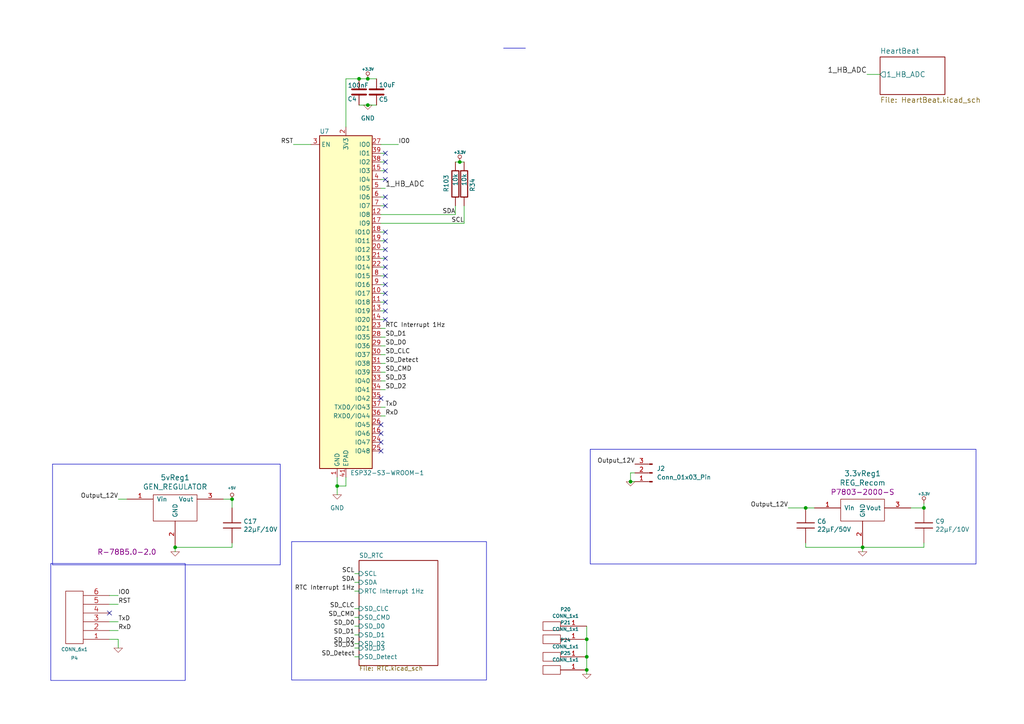
<source format=kicad_sch>
(kicad_sch
	(version 20231120)
	(generator "eeschema")
	(generator_version "8.0")
	(uuid "a7db1c9d-2391-4a58-9d8c-8aec4b83e415")
	(paper "A4")
	(lib_symbols
		(symbol "Connector:Conn_01x03_Pin"
			(pin_names
				(offset 1.016) hide)
			(exclude_from_sim no)
			(in_bom yes)
			(on_board yes)
			(property "Reference" "J"
				(at 0 5.08 0)
				(effects
					(font
						(size 1.27 1.27)
					)
				)
			)
			(property "Value" "Conn_01x03_Pin"
				(at 0 -5.08 0)
				(effects
					(font
						(size 1.27 1.27)
					)
				)
			)
			(property "Footprint" ""
				(at 0 0 0)
				(effects
					(font
						(size 1.27 1.27)
					)
					(hide yes)
				)
			)
			(property "Datasheet" "~"
				(at 0 0 0)
				(effects
					(font
						(size 1.27 1.27)
					)
					(hide yes)
				)
			)
			(property "Description" "Generic connector, single row, 01x03, script generated"
				(at 0 0 0)
				(effects
					(font
						(size 1.27 1.27)
					)
					(hide yes)
				)
			)
			(property "ki_locked" ""
				(at 0 0 0)
				(effects
					(font
						(size 1.27 1.27)
					)
				)
			)
			(property "ki_keywords" "connector"
				(at 0 0 0)
				(effects
					(font
						(size 1.27 1.27)
					)
					(hide yes)
				)
			)
			(property "ki_fp_filters" "Connector*:*_1x??_*"
				(at 0 0 0)
				(effects
					(font
						(size 1.27 1.27)
					)
					(hide yes)
				)
			)
			(symbol "Conn_01x03_Pin_1_1"
				(polyline
					(pts
						(xy 1.27 -2.54) (xy 0.8636 -2.54)
					)
					(stroke
						(width 0.1524)
						(type default)
					)
					(fill
						(type none)
					)
				)
				(polyline
					(pts
						(xy 1.27 0) (xy 0.8636 0)
					)
					(stroke
						(width 0.1524)
						(type default)
					)
					(fill
						(type none)
					)
				)
				(polyline
					(pts
						(xy 1.27 2.54) (xy 0.8636 2.54)
					)
					(stroke
						(width 0.1524)
						(type default)
					)
					(fill
						(type none)
					)
				)
				(rectangle
					(start 0.8636 -2.413)
					(end 0 -2.667)
					(stroke
						(width 0.1524)
						(type default)
					)
					(fill
						(type outline)
					)
				)
				(rectangle
					(start 0.8636 0.127)
					(end 0 -0.127)
					(stroke
						(width 0.1524)
						(type default)
					)
					(fill
						(type outline)
					)
				)
				(rectangle
					(start 0.8636 2.667)
					(end 0 2.413)
					(stroke
						(width 0.1524)
						(type default)
					)
					(fill
						(type outline)
					)
				)
				(pin passive line
					(at 5.08 2.54 180)
					(length 3.81)
					(name "Pin_1"
						(effects
							(font
								(size 1.27 1.27)
							)
						)
					)
					(number "1"
						(effects
							(font
								(size 1.27 1.27)
							)
						)
					)
				)
				(pin passive line
					(at 5.08 0 180)
					(length 3.81)
					(name "Pin_2"
						(effects
							(font
								(size 1.27 1.27)
							)
						)
					)
					(number "2"
						(effects
							(font
								(size 1.27 1.27)
							)
						)
					)
				)
				(pin passive line
					(at 5.08 -2.54 180)
					(length 3.81)
					(name "Pin_3"
						(effects
							(font
								(size 1.27 1.27)
							)
						)
					)
					(number "3"
						(effects
							(font
								(size 1.27 1.27)
							)
						)
					)
				)
			)
		)
		(symbol "Device:C"
			(pin_numbers hide)
			(pin_names
				(offset 0.254)
			)
			(exclude_from_sim no)
			(in_bom yes)
			(on_board yes)
			(property "Reference" "C"
				(at 0.635 2.54 0)
				(effects
					(font
						(size 1.27 1.27)
					)
					(justify left)
				)
			)
			(property "Value" "C"
				(at 0.635 -2.54 0)
				(effects
					(font
						(size 1.27 1.27)
					)
					(justify left)
				)
			)
			(property "Footprint" ""
				(at 0.9652 -3.81 0)
				(effects
					(font
						(size 1.27 1.27)
					)
					(hide yes)
				)
			)
			(property "Datasheet" "~"
				(at 0 0 0)
				(effects
					(font
						(size 1.27 1.27)
					)
					(hide yes)
				)
			)
			(property "Description" "Unpolarized capacitor"
				(at 0 0 0)
				(effects
					(font
						(size 1.27 1.27)
					)
					(hide yes)
				)
			)
			(property "ki_keywords" "cap capacitor"
				(at 0 0 0)
				(effects
					(font
						(size 1.27 1.27)
					)
					(hide yes)
				)
			)
			(property "ki_fp_filters" "C_*"
				(at 0 0 0)
				(effects
					(font
						(size 1.27 1.27)
					)
					(hide yes)
				)
			)
			(symbol "C_0_1"
				(polyline
					(pts
						(xy -2.032 -0.762) (xy 2.032 -0.762)
					)
					(stroke
						(width 0.508)
						(type default)
					)
					(fill
						(type none)
					)
				)
				(polyline
					(pts
						(xy -2.032 0.762) (xy 2.032 0.762)
					)
					(stroke
						(width 0.508)
						(type default)
					)
					(fill
						(type none)
					)
				)
			)
			(symbol "C_1_1"
				(pin passive line
					(at 0 3.81 270)
					(length 2.794)
					(name "~"
						(effects
							(font
								(size 1.27 1.27)
							)
						)
					)
					(number "1"
						(effects
							(font
								(size 1.27 1.27)
							)
						)
					)
				)
				(pin passive line
					(at 0 -3.81 90)
					(length 2.794)
					(name "~"
						(effects
							(font
								(size 1.27 1.27)
							)
						)
					)
					(number "2"
						(effects
							(font
								(size 1.27 1.27)
							)
						)
					)
				)
			)
		)
		(symbol "ESPulse-rescue:+3.3V-power"
			(power)
			(pin_names
				(offset 0)
			)
			(exclude_from_sim no)
			(in_bom yes)
			(on_board yes)
			(property "Reference" "#PWR"
				(at 0 -1.016 0)
				(effects
					(font
						(size 0.762 0.762)
					)
					(hide yes)
				)
			)
			(property "Value" "+3.3V-power"
				(at 0 2.794 0)
				(effects
					(font
						(size 0.762 0.762)
					)
				)
			)
			(property "Footprint" ""
				(at 0 0 0)
				(effects
					(font
						(size 1.524 1.524)
					)
				)
			)
			(property "Datasheet" ""
				(at 0 0 0)
				(effects
					(font
						(size 1.524 1.524)
					)
				)
			)
			(property "Description" ""
				(at 0 0 0)
				(effects
					(font
						(size 1.27 1.27)
					)
					(hide yes)
				)
			)
			(symbol "+3.3V-power_0_0"
				(pin power_in line
					(at 0 0 90)
					(length 0) hide
					(name "+3.3V"
						(effects
							(font
								(size 0.762 0.762)
							)
						)
					)
					(number "1"
						(effects
							(font
								(size 0.762 0.762)
							)
						)
					)
				)
			)
			(symbol "+3.3V-power_0_1"
				(polyline
					(pts
						(xy 0 0) (xy 0 1.016) (xy 0 1.016)
					)
					(stroke
						(width 0)
						(type default)
					)
					(fill
						(type none)
					)
				)
				(circle
					(center 0 1.524)
					(radius 0.508)
					(stroke
						(width 0)
						(type default)
					)
					(fill
						(type none)
					)
				)
			)
		)
		(symbol "ESPulse-rescue:C-lsts-passives"
			(pin_numbers hide)
			(pin_names
				(offset 0.254)
			)
			(exclude_from_sim no)
			(in_bom yes)
			(on_board yes)
			(property "Reference" "C"
				(at 1.27 2.54 0)
				(effects
					(font
						(size 1.27 1.27)
					)
					(justify left)
				)
			)
			(property "Value" "C-lsts-passives"
				(at 1.27 -2.54 0)
				(effects
					(font
						(size 1.27 1.27)
					)
					(justify left)
				)
			)
			(property "Footprint" ""
				(at 0 0 0)
				(effects
					(font
						(size 1.524 1.524)
					)
				)
			)
			(property "Datasheet" ""
				(at 0 0 0)
				(effects
					(font
						(size 1.524 1.524)
					)
				)
			)
			(property "Description" ""
				(at 0 0 0)
				(effects
					(font
						(size 1.27 1.27)
					)
					(hide yes)
				)
			)
			(property "ki_fp_filters" "C_*"
				(at 0 0 0)
				(effects
					(font
						(size 1.27 1.27)
					)
					(hide yes)
				)
			)
			(symbol "C-lsts-passives_0_1"
				(polyline
					(pts
						(xy -2.54 -0.762) (xy 2.54 -0.762)
					)
					(stroke
						(width 0.254)
						(type default)
					)
					(fill
						(type none)
					)
				)
				(polyline
					(pts
						(xy -2.54 0.762) (xy 2.54 0.762)
					)
					(stroke
						(width 0.254)
						(type default)
					)
					(fill
						(type none)
					)
				)
			)
			(symbol "C-lsts-passives_1_1"
				(pin passive line
					(at 0 5.08 270)
					(length 4.318)
					(name "~"
						(effects
							(font
								(size 1.016 1.016)
							)
						)
					)
					(number "1"
						(effects
							(font
								(size 1.016 1.016)
							)
						)
					)
				)
				(pin passive line
					(at 0 -5.08 90)
					(length 4.318)
					(name "~"
						(effects
							(font
								(size 1.016 1.016)
							)
						)
					)
					(number "2"
						(effects
							(font
								(size 1.016 1.016)
							)
						)
					)
				)
			)
		)
		(symbol "ESPulse-rescue:GND-power"
			(power)
			(pin_names
				(offset 0)
			)
			(exclude_from_sim no)
			(in_bom yes)
			(on_board yes)
			(property "Reference" "#PWR"
				(at 0 0 0)
				(effects
					(font
						(size 0.762 0.762)
					)
					(hide yes)
				)
			)
			(property "Value" "GND-power"
				(at 0 -1.778 0)
				(effects
					(font
						(size 0.762 0.762)
					)
					(hide yes)
				)
			)
			(property "Footprint" ""
				(at 0 0 0)
				(effects
					(font
						(size 1.524 1.524)
					)
				)
			)
			(property "Datasheet" ""
				(at 0 0 0)
				(effects
					(font
						(size 1.524 1.524)
					)
				)
			)
			(property "Description" ""
				(at 0 0 0)
				(effects
					(font
						(size 1.27 1.27)
					)
					(hide yes)
				)
			)
			(symbol "GND-power_0_1"
				(polyline
					(pts
						(xy -1.27 0) (xy 0 -1.27) (xy 1.27 0) (xy -1.27 0)
					)
					(stroke
						(width 0.1016)
						(type default)
					)
					(fill
						(type none)
					)
				)
			)
			(symbol "GND-power_1_1"
				(pin power_in line
					(at 0 0 90)
					(length 0) hide
					(name "GND"
						(effects
							(font
								(size 0.762 0.762)
							)
						)
					)
					(number "1"
						(effects
							(font
								(size 0.762 0.762)
							)
						)
					)
				)
			)
		)
		(symbol "ESPulse-rescue:R-lsts-passives"
			(pin_numbers hide)
			(pin_names
				(offset 0)
			)
			(exclude_from_sim no)
			(in_bom yes)
			(on_board yes)
			(property "Reference" "R"
				(at 2.032 0 90)
				(effects
					(font
						(size 1.27 1.27)
					)
				)
			)
			(property "Value" "R-lsts-passives"
				(at 0 0 90)
				(effects
					(font
						(size 1.27 1.27)
					)
				)
			)
			(property "Footprint" ""
				(at 0 0 0)
				(effects
					(font
						(size 1.524 1.524)
					)
				)
			)
			(property "Datasheet" ""
				(at 0 0 0)
				(effects
					(font
						(size 1.524 1.524)
					)
				)
			)
			(property "Description" ""
				(at 0 0 0)
				(effects
					(font
						(size 1.27 1.27)
					)
					(hide yes)
				)
			)
			(property "ki_fp_filters" "R_*"
				(at 0 0 0)
				(effects
					(font
						(size 1.27 1.27)
					)
					(hide yes)
				)
			)
			(symbol "R-lsts-passives_0_1"
				(rectangle
					(start -1.016 3.81)
					(end 1.016 -3.81)
					(stroke
						(width 0.3048)
						(type default)
					)
					(fill
						(type none)
					)
				)
			)
			(symbol "R-lsts-passives_1_1"
				(pin passive line
					(at 0 6.35 270)
					(length 2.54)
					(name "~"
						(effects
							(font
								(size 1.524 1.524)
							)
						)
					)
					(number "1"
						(effects
							(font
								(size 1.524 1.524)
							)
						)
					)
				)
				(pin passive line
					(at 0 -6.35 90)
					(length 2.54)
					(name "~"
						(effects
							(font
								(size 1.524 1.524)
							)
						)
					)
					(number "2"
						(effects
							(font
								(size 1.524 1.524)
							)
						)
					)
				)
			)
		)
		(symbol "ESPulse-rescue:REG_Recom-lsts-regul"
			(pin_names
				(offset 1.016)
			)
			(exclude_from_sim no)
			(in_bom yes)
			(on_board yes)
			(property "Reference" "U"
				(at 2.54 -5.08 0)
				(effects
					(font
						(size 1.524 1.524)
					)
				)
			)
			(property "Value" "REG_Recom-lsts-regul"
				(at 0 3.81 0)
				(effects
					(font
						(size 1.524 1.524)
					)
				)
			)
			(property "Footprint" ""
				(at 0 0 0)
				(effects
					(font
						(size 1.524 1.524)
					)
				)
			)
			(property "Datasheet" ""
				(at 0 0 0)
				(effects
					(font
						(size 1.524 1.524)
					)
				)
			)
			(property "Description" ""
				(at 0 0 0)
				(effects
					(font
						(size 1.27 1.27)
					)
					(hide yes)
				)
			)
			(symbol "REG_Recom-lsts-regul_0_1"
				(rectangle
					(start -6.35 2.54)
					(end 6.35 -3.81)
					(stroke
						(width 0)
						(type default)
					)
					(fill
						(type none)
					)
				)
			)
			(symbol "REG_Recom-lsts-regul_1_1"
				(pin input line
					(at -13.97 0 0)
					(length 7.62)
					(name "Vin"
						(effects
							(font
								(size 1.27 1.27)
							)
						)
					)
					(number "1"
						(effects
							(font
								(size 1.27 1.27)
							)
						)
					)
				)
				(pin input line
					(at 0 -11.43 90)
					(length 7.62)
					(name "GND"
						(effects
							(font
								(size 1.27 1.27)
							)
						)
					)
					(number "2"
						(effects
							(font
								(size 1.27 1.27)
							)
						)
					)
				)
				(pin input line
					(at 13.97 0 180)
					(length 7.62)
					(name "Vout"
						(effects
							(font
								(size 1.27 1.27)
							)
						)
					)
					(number "3"
						(effects
							(font
								(size 1.27 1.27)
							)
						)
					)
				)
			)
		)
		(symbol "lsts-conn:CONN_1x1"
			(pin_names
				(offset 1.016) hide)
			(exclude_from_sim no)
			(in_bom yes)
			(on_board yes)
			(property "Reference" "P"
				(at 0 0 0)
				(effects
					(font
						(size 0.9906 0.9906)
					)
				)
			)
			(property "Value" "CONN_1x1"
				(at 0 -2.54 0)
				(effects
					(font
						(size 0.9906 0.9906)
					)
				)
			)
			(property "Footprint" ""
				(at 0 0 0)
				(effects
					(font
						(size 1.524 1.524)
					)
				)
			)
			(property "Datasheet" ""
				(at 0 0 0)
				(effects
					(font
						(size 1.524 1.524)
					)
				)
			)
			(property "Description" ""
				(at 0 0 0)
				(effects
					(font
						(size 1.27 1.27)
					)
					(hide yes)
				)
			)
			(symbol "CONN_1x1_0_1"
				(rectangle
					(start -2.54 1.27)
					(end 2.54 -1.27)
					(stroke
						(width 0)
						(type default)
					)
					(fill
						(type none)
					)
				)
			)
			(symbol "CONN_1x1_1_1"
				(pin passive line
					(at 10.16 0 180)
					(length 7.62)
					(name "~"
						(effects
							(font
								(size 1.27 1.27)
							)
						)
					)
					(number "1"
						(effects
							(font
								(size 1.27 1.27)
							)
						)
					)
				)
			)
		)
		(symbol "lsts-conn:CONN_6x1"
			(pin_names
				(offset 1.016) hide)
			(exclude_from_sim no)
			(in_bom yes)
			(on_board yes)
			(property "Reference" "P"
				(at 1.27 -1.27 90)
				(effects
					(font
						(size 0.9906 0.9906)
					)
				)
			)
			(property "Value" "CONN_6x1"
				(at -1.27 -1.27 90)
				(effects
					(font
						(size 0.9906 0.9906)
					)
				)
			)
			(property "Footprint" ""
				(at 0 -1.27 0)
				(effects
					(font
						(size 1.524 1.524)
					)
				)
			)
			(property "Datasheet" ""
				(at 0 -1.27 0)
				(effects
					(font
						(size 1.524 1.524)
					)
				)
			)
			(property "Description" ""
				(at 0 0 0)
				(effects
					(font
						(size 1.27 1.27)
					)
					(hide yes)
				)
			)
			(symbol "CONN_6x1_0_1"
				(rectangle
					(start -2.54 7.62)
					(end 2.54 -7.62)
					(stroke
						(width 0)
						(type default)
					)
					(fill
						(type none)
					)
				)
			)
			(symbol "CONN_6x1_1_1"
				(pin passive line
					(at 10.16 6.35 180)
					(length 7.62)
					(name "~"
						(effects
							(font
								(size 1.27 1.27)
							)
						)
					)
					(number "1"
						(effects
							(font
								(size 1.27 1.27)
							)
						)
					)
				)
				(pin passive line
					(at 10.16 3.81 180)
					(length 7.62)
					(name "~"
						(effects
							(font
								(size 1.524 1.524)
							)
						)
					)
					(number "2"
						(effects
							(font
								(size 1.524 1.524)
							)
						)
					)
				)
				(pin passive line
					(at 10.16 1.27 180)
					(length 7.62)
					(name "~"
						(effects
							(font
								(size 1.524 1.524)
							)
						)
					)
					(number "3"
						(effects
							(font
								(size 1.524 1.524)
							)
						)
					)
				)
				(pin passive line
					(at 10.16 -1.27 180)
					(length 7.62)
					(name "~"
						(effects
							(font
								(size 1.524 1.524)
							)
						)
					)
					(number "4"
						(effects
							(font
								(size 1.524 1.524)
							)
						)
					)
				)
				(pin passive line
					(at 10.16 -3.81 180)
					(length 7.62)
					(name "~"
						(effects
							(font
								(size 1.524 1.524)
							)
						)
					)
					(number "5"
						(effects
							(font
								(size 1.524 1.524)
							)
						)
					)
				)
				(pin passive line
					(at 10.16 -6.35 180)
					(length 7.62)
					(name "~"
						(effects
							(font
								(size 1.524 1.524)
							)
						)
					)
					(number "6"
						(effects
							(font
								(size 1.524 1.524)
							)
						)
					)
				)
			)
		)
		(symbol "lsts-regul:GEN_REGULATOR"
			(pin_names
				(offset 1.016)
			)
			(exclude_from_sim no)
			(in_bom yes)
			(on_board yes)
			(property "Reference" "U"
				(at 2.54 -7.62 0)
				(effects
					(font
						(size 1.524 1.524)
					)
				)
			)
			(property "Value" "GEN_REGULATOR"
				(at 0 2.54 0)
				(effects
					(font
						(size 1.524 1.524)
					)
				)
			)
			(property "Footprint" ""
				(at 0 0 0)
				(effects
					(font
						(size 1.524 1.524)
					)
				)
			)
			(property "Datasheet" ""
				(at 0 0 0)
				(effects
					(font
						(size 1.524 1.524)
					)
				)
			)
			(property "Description" ""
				(at 0 0 0)
				(effects
					(font
						(size 1.27 1.27)
					)
					(hide yes)
				)
			)
			(symbol "GEN_REGULATOR_0_1"
				(rectangle
					(start -6.35 1.27)
					(end 6.35 -6.35)
					(stroke
						(width 0)
						(type default)
					)
					(fill
						(type none)
					)
				)
			)
			(symbol "GEN_REGULATOR_1_1"
				(pin power_in line
					(at -13.97 0 0)
					(length 7.62)
					(name "Vin"
						(effects
							(font
								(size 1.27 1.27)
							)
						)
					)
					(number "1"
						(effects
							(font
								(size 1.27 1.27)
							)
						)
					)
				)
				(pin power_in line
					(at 0 -13.97 90)
					(length 7.62)
					(name "GND"
						(effects
							(font
								(size 1.27 1.27)
							)
						)
					)
					(number "2"
						(effects
							(font
								(size 1.27 1.27)
							)
						)
					)
				)
				(pin power_out line
					(at 13.97 0 180)
					(length 7.62)
					(name "Vout"
						(effects
							(font
								(size 1.27 1.27)
							)
						)
					)
					(number "3"
						(effects
							(font
								(size 1.27 1.27)
							)
						)
					)
				)
			)
		)
		(symbol "myDevices:ESP32-S3-WROOM-1"
			(exclude_from_sim no)
			(in_bom yes)
			(on_board yes)
			(property "Reference" "U"
				(at -6.35 49.53 0)
				(effects
					(font
						(size 1.27 1.27)
					)
				)
			)
			(property "Value" "ESP32-S3-WROOM-1"
				(at 11.43 49.53 0)
				(effects
					(font
						(size 1.27 1.27)
					)
				)
			)
			(property "Footprint" "RF_Module:ESP32-S3-WROOM-1"
				(at 17.78 -49.53 0)
				(effects
					(font
						(size 1.27 1.27)
					)
					(hide yes)
				)
			)
			(property "Datasheet" "https://www.espressif.com/sites/default/files/documentation/esp32-s3-wroom-1_wroom-1u_datasheet_en.pdf"
				(at 0 0 0)
				(effects
					(font
						(size 1.27 1.27)
					)
					(hide yes)
				)
			)
			(property "Description" "RF Module, ESP32-S3 SoC, Wi-Fi 802.11b/g/n, Bluetooth 5, BLE, 32-bit, 3.0-3.6V, onboard antenna, SMD"
				(at 0 0 0)
				(effects
					(font
						(size 1.27 1.27)
					)
					(hide yes)
				)
			)
			(property "ki_keywords" "RF Radio BT ESP ESP32 Espressif onboard PCB antenna"
				(at 0 0 0)
				(effects
					(font
						(size 1.27 1.27)
					)
					(hide yes)
				)
			)
			(property "ki_fp_filters" "ESP32?WROOM?1*"
				(at 0 0 0)
				(effects
					(font
						(size 1.27 1.27)
					)
					(hide yes)
				)
			)
			(symbol "ESP32-S3-WROOM-1_0_1"
				(rectangle
					(start -7.62 48.26)
					(end 7.62 -48.26)
					(stroke
						(width 0.254)
						(type default)
					)
					(fill
						(type background)
					)
				)
			)
			(symbol "ESP32-S3-WROOM-1_1_1"
				(pin power_in line
					(at -2.54 -50.8 90)
					(length 2.54)
					(name "GND"
						(effects
							(font
								(size 1.27 1.27)
							)
						)
					)
					(number "1"
						(effects
							(font
								(size 1.27 1.27)
							)
						)
					)
				)
				(pin bidirectional line
					(at 10.16 2.54 180)
					(length 2.54)
					(name "IO17"
						(effects
							(font
								(size 1.27 1.27)
							)
						)
					)
					(number "10"
						(effects
							(font
								(size 1.27 1.27)
							)
						)
					)
				)
				(pin bidirectional line
					(at 10.16 0 180)
					(length 2.54)
					(name "IO18"
						(effects
							(font
								(size 1.27 1.27)
							)
						)
					)
					(number "11"
						(effects
							(font
								(size 1.27 1.27)
							)
						)
					)
				)
				(pin bidirectional line
					(at 10.16 25.4 180)
					(length 2.54)
					(name "IO8"
						(effects
							(font
								(size 1.27 1.27)
							)
						)
					)
					(number "12"
						(effects
							(font
								(size 1.27 1.27)
							)
						)
					)
				)
				(pin bidirectional line
					(at 10.16 -2.54 180)
					(length 2.54)
					(name "IO19"
						(effects
							(font
								(size 1.27 1.27)
							)
						)
					)
					(number "13"
						(effects
							(font
								(size 1.27 1.27)
							)
						)
					)
				)
				(pin bidirectional line
					(at 10.16 -5.08 180)
					(length 2.54)
					(name "IO20"
						(effects
							(font
								(size 1.27 1.27)
							)
						)
					)
					(number "14"
						(effects
							(font
								(size 1.27 1.27)
							)
						)
					)
				)
				(pin bidirectional line
					(at 10.16 38.1 180)
					(length 2.54)
					(name "IO3"
						(effects
							(font
								(size 1.27 1.27)
							)
						)
					)
					(number "15"
						(effects
							(font
								(size 1.27 1.27)
							)
						)
					)
				)
				(pin bidirectional line
					(at 10.16 -38.1 180)
					(length 2.54)
					(name "IO46"
						(effects
							(font
								(size 1.27 1.27)
							)
						)
					)
					(number "16"
						(effects
							(font
								(size 1.27 1.27)
							)
						)
					)
				)
				(pin bidirectional line
					(at 10.16 22.86 180)
					(length 2.54)
					(name "IO9"
						(effects
							(font
								(size 1.27 1.27)
							)
						)
					)
					(number "17"
						(effects
							(font
								(size 1.27 1.27)
							)
						)
					)
				)
				(pin bidirectional line
					(at 10.16 20.32 180)
					(length 2.54)
					(name "IO10"
						(effects
							(font
								(size 1.27 1.27)
							)
						)
					)
					(number "18"
						(effects
							(font
								(size 1.27 1.27)
							)
						)
					)
				)
				(pin bidirectional line
					(at 10.16 17.78 180)
					(length 2.54)
					(name "IO11"
						(effects
							(font
								(size 1.27 1.27)
							)
						)
					)
					(number "19"
						(effects
							(font
								(size 1.27 1.27)
							)
						)
					)
				)
				(pin power_in line
					(at 0 50.8 270)
					(length 2.54)
					(name "3V3"
						(effects
							(font
								(size 1.27 1.27)
							)
						)
					)
					(number "2"
						(effects
							(font
								(size 1.27 1.27)
							)
						)
					)
				)
				(pin bidirectional line
					(at 10.16 15.24 180)
					(length 2.54)
					(name "IO12"
						(effects
							(font
								(size 1.27 1.27)
							)
						)
					)
					(number "20"
						(effects
							(font
								(size 1.27 1.27)
							)
						)
					)
				)
				(pin bidirectional line
					(at 10.16 12.7 180)
					(length 2.54)
					(name "IO13"
						(effects
							(font
								(size 1.27 1.27)
							)
						)
					)
					(number "21"
						(effects
							(font
								(size 1.27 1.27)
							)
						)
					)
				)
				(pin bidirectional line
					(at 10.16 10.16 180)
					(length 2.54)
					(name "IO14"
						(effects
							(font
								(size 1.27 1.27)
							)
						)
					)
					(number "22"
						(effects
							(font
								(size 1.27 1.27)
							)
						)
					)
				)
				(pin bidirectional line
					(at 10.16 -7.62 180)
					(length 2.54)
					(name "IO21"
						(effects
							(font
								(size 1.27 1.27)
							)
						)
					)
					(number "23"
						(effects
							(font
								(size 1.27 1.27)
							)
						)
					)
				)
				(pin bidirectional line
					(at 10.16 -40.64 180)
					(length 2.54)
					(name "IO47"
						(effects
							(font
								(size 1.27 1.27)
							)
						)
					)
					(number "24"
						(effects
							(font
								(size 1.27 1.27)
							)
						)
					)
				)
				(pin bidirectional line
					(at 10.16 -43.18 180)
					(length 2.54)
					(name "IO48"
						(effects
							(font
								(size 1.27 1.27)
							)
						)
					)
					(number "25"
						(effects
							(font
								(size 1.27 1.27)
							)
						)
					)
				)
				(pin bidirectional line
					(at 10.16 -35.56 180)
					(length 2.54)
					(name "IO45"
						(effects
							(font
								(size 1.27 1.27)
							)
						)
					)
					(number "26"
						(effects
							(font
								(size 1.27 1.27)
							)
						)
					)
				)
				(pin bidirectional line
					(at 10.16 45.72 180)
					(length 2.54)
					(name "IO0"
						(effects
							(font
								(size 1.27 1.27)
							)
						)
					)
					(number "27"
						(effects
							(font
								(size 1.27 1.27)
							)
						)
					)
				)
				(pin bidirectional line
					(at 10.16 -10.16 180)
					(length 2.54)
					(name "IO35"
						(effects
							(font
								(size 1.27 1.27)
							)
						)
					)
					(number "28"
						(effects
							(font
								(size 1.27 1.27)
							)
						)
					)
				)
				(pin bidirectional line
					(at 10.16 -12.7 180)
					(length 2.54)
					(name "IO36"
						(effects
							(font
								(size 1.27 1.27)
							)
						)
					)
					(number "29"
						(effects
							(font
								(size 1.27 1.27)
							)
						)
					)
				)
				(pin input line
					(at -10.16 45.72 0)
					(length 2.54)
					(name "EN"
						(effects
							(font
								(size 1.27 1.27)
							)
						)
					)
					(number "3"
						(effects
							(font
								(size 1.27 1.27)
							)
						)
					)
				)
				(pin bidirectional line
					(at 10.16 -15.24 180)
					(length 2.54)
					(name "IO37"
						(effects
							(font
								(size 1.27 1.27)
							)
						)
					)
					(number "30"
						(effects
							(font
								(size 1.27 1.27)
							)
						)
					)
				)
				(pin bidirectional line
					(at 10.16 -17.78 180)
					(length 2.54)
					(name "IO38"
						(effects
							(font
								(size 1.27 1.27)
							)
						)
					)
					(number "31"
						(effects
							(font
								(size 1.27 1.27)
							)
						)
					)
				)
				(pin bidirectional line
					(at 10.16 -20.32 180)
					(length 2.54)
					(name "IO39"
						(effects
							(font
								(size 1.27 1.27)
							)
						)
					)
					(number "32"
						(effects
							(font
								(size 1.27 1.27)
							)
						)
					)
				)
				(pin bidirectional line
					(at 10.16 -22.86 180)
					(length 2.54)
					(name "IO40"
						(effects
							(font
								(size 1.27 1.27)
							)
						)
					)
					(number "33"
						(effects
							(font
								(size 1.27 1.27)
							)
						)
					)
				)
				(pin bidirectional line
					(at 10.16 -25.4 180)
					(length 2.54)
					(name "IO41"
						(effects
							(font
								(size 1.27 1.27)
							)
						)
					)
					(number "34"
						(effects
							(font
								(size 1.27 1.27)
							)
						)
					)
				)
				(pin bidirectional line
					(at 10.16 -27.94 180)
					(length 2.54)
					(name "IO42"
						(effects
							(font
								(size 1.27 1.27)
							)
						)
					)
					(number "35"
						(effects
							(font
								(size 1.27 1.27)
							)
						)
					)
				)
				(pin bidirectional line
					(at 10.16 -33.02 180)
					(length 2.54)
					(name "RXD0/IO44"
						(effects
							(font
								(size 1.27 1.27)
							)
						)
					)
					(number "36"
						(effects
							(font
								(size 1.27 1.27)
							)
						)
					)
				)
				(pin bidirectional line
					(at 10.16 -30.48 180)
					(length 2.54)
					(name "TXD0/IO43"
						(effects
							(font
								(size 1.27 1.27)
							)
						)
					)
					(number "37"
						(effects
							(font
								(size 1.27 1.27)
							)
						)
					)
				)
				(pin bidirectional line
					(at 10.16 40.64 180)
					(length 2.54)
					(name "IO2"
						(effects
							(font
								(size 1.27 1.27)
							)
						)
					)
					(number "38"
						(effects
							(font
								(size 1.27 1.27)
							)
						)
					)
				)
				(pin bidirectional line
					(at 10.16 43.18 180)
					(length 2.54)
					(name "IO1"
						(effects
							(font
								(size 1.27 1.27)
							)
						)
					)
					(number "39"
						(effects
							(font
								(size 1.27 1.27)
							)
						)
					)
				)
				(pin bidirectional line
					(at 10.16 35.56 180)
					(length 2.54)
					(name "IO4"
						(effects
							(font
								(size 1.27 1.27)
							)
						)
					)
					(number "4"
						(effects
							(font
								(size 1.27 1.27)
							)
						)
					)
				)
				(pin passive line
					(at -2.54 -50.8 90)
					(length 2.54) hide
					(name "GND"
						(effects
							(font
								(size 1.27 1.27)
							)
						)
					)
					(number "40"
						(effects
							(font
								(size 1.27 1.27)
							)
						)
					)
				)
				(pin power_in line
					(at 0 -50.8 90)
					(length 2.54)
					(name "EPAD"
						(effects
							(font
								(size 1.27 1.27)
							)
						)
					)
					(number "41"
						(effects
							(font
								(size 1.27 1.27)
							)
						)
					)
				)
				(pin bidirectional line
					(at 10.16 33.02 180)
					(length 2.54)
					(name "IO5"
						(effects
							(font
								(size 1.27 1.27)
							)
						)
					)
					(number "5"
						(effects
							(font
								(size 1.27 1.27)
							)
						)
					)
				)
				(pin bidirectional line
					(at 10.16 30.48 180)
					(length 2.54)
					(name "IO6"
						(effects
							(font
								(size 1.27 1.27)
							)
						)
					)
					(number "6"
						(effects
							(font
								(size 1.27 1.27)
							)
						)
					)
				)
				(pin bidirectional line
					(at 10.16 27.94 180)
					(length 2.54)
					(name "IO7"
						(effects
							(font
								(size 1.27 1.27)
							)
						)
					)
					(number "7"
						(effects
							(font
								(size 1.27 1.27)
							)
						)
					)
				)
				(pin bidirectional line
					(at 10.16 7.62 180)
					(length 2.54)
					(name "IO15"
						(effects
							(font
								(size 1.27 1.27)
							)
						)
					)
					(number "8"
						(effects
							(font
								(size 1.27 1.27)
							)
						)
					)
				)
				(pin bidirectional line
					(at 10.16 5.08 180)
					(length 2.54)
					(name "IO16"
						(effects
							(font
								(size 1.27 1.27)
							)
						)
					)
					(number "9"
						(effects
							(font
								(size 1.27 1.27)
							)
						)
					)
				)
			)
		)
		(symbol "power:+5V"
			(power)
			(pin_names
				(offset 1.016)
			)
			(exclude_from_sim no)
			(in_bom yes)
			(on_board yes)
			(property "Reference" "#PWR"
				(at 0 2.286 0)
				(effects
					(font
						(size 0.508 0.508)
					)
					(hide yes)
				)
			)
			(property "Value" "+5V"
				(at 0 2.286 0)
				(effects
					(font
						(size 0.762 0.762)
					)
				)
			)
			(property "Footprint" ""
				(at 0 0 0)
				(effects
					(font
						(size 1.524 1.524)
					)
				)
			)
			(property "Datasheet" ""
				(at 0 0 0)
				(effects
					(font
						(size 1.524 1.524)
					)
				)
			)
			(property "Description" ""
				(at 0 0 0)
				(effects
					(font
						(size 1.27 1.27)
					)
					(hide yes)
				)
			)
			(symbol "+5V_0_0"
				(pin power_in line
					(at 0 0 90)
					(length 0) hide
					(name "+5V"
						(effects
							(font
								(size 0.508 0.508)
							)
						)
					)
					(number "1"
						(effects
							(font
								(size 0.508 0.508)
							)
						)
					)
				)
			)
			(symbol "+5V_0_1"
				(polyline
					(pts
						(xy 0 0) (xy 0 0.762) (xy 0 0.762) (xy 0 0.762)
					)
					(stroke
						(width 0)
						(type default)
					)
					(fill
						(type none)
					)
				)
				(circle
					(center 0 1.27)
					(radius 0.508)
					(stroke
						(width 0)
						(type default)
					)
					(fill
						(type none)
					)
				)
			)
		)
		(symbol "power:GND"
			(power)
			(pin_names
				(offset 0)
			)
			(exclude_from_sim no)
			(in_bom yes)
			(on_board yes)
			(property "Reference" "#PWR"
				(at 0 0 0)
				(effects
					(font
						(size 0.762 0.762)
					)
					(hide yes)
				)
			)
			(property "Value" "GND"
				(at 0 -1.778 0)
				(effects
					(font
						(size 0.762 0.762)
					)
					(hide yes)
				)
			)
			(property "Footprint" ""
				(at 0 0 0)
				(effects
					(font
						(size 1.524 1.524)
					)
				)
			)
			(property "Datasheet" ""
				(at 0 0 0)
				(effects
					(font
						(size 1.524 1.524)
					)
				)
			)
			(property "Description" ""
				(at 0 0 0)
				(effects
					(font
						(size 1.27 1.27)
					)
					(hide yes)
				)
			)
			(symbol "GND_0_1"
				(polyline
					(pts
						(xy -1.27 0) (xy 0 -1.27) (xy 1.27 0) (xy -1.27 0)
					)
					(stroke
						(width 0.1016)
						(type default)
					)
					(fill
						(type none)
					)
				)
			)
			(symbol "GND_1_1"
				(pin power_in line
					(at 0 0 90)
					(length 0) hide
					(name "GND"
						(effects
							(font
								(size 0.762 0.762)
							)
						)
					)
					(number "1"
						(effects
							(font
								(size 0.762 0.762)
							)
						)
					)
				)
			)
		)
	)
	(junction
		(at 97.79 140.97)
		(diameter 0)
		(color 0 0 0 0)
		(uuid "0aa8026c-d5fb-4293-be4c-8e35f7dce276")
	)
	(junction
		(at 233.68 147.32)
		(diameter 0)
		(color 0 0 0 0)
		(uuid "0b8d23bf-4c8c-461d-9a94-38c8c905debe")
	)
	(junction
		(at 50.8 158.75)
		(diameter 0)
		(color 0 0 0 0)
		(uuid "276edea2-a372-46d7-bf5d-de855f6433c9")
	)
	(junction
		(at 170.18 185.42)
		(diameter 0)
		(color 0 0 0 0)
		(uuid "39231e08-8314-4aeb-99c3-ebdc5fd75d7a")
	)
	(junction
		(at 106.68 22.86)
		(diameter 0)
		(color 0 0 0 0)
		(uuid "581953d0-6577-4dc3-a0b7-774bc49e1349")
	)
	(junction
		(at 170.18 190.5)
		(diameter 0)
		(color 0 0 0 0)
		(uuid "619484b0-31a3-48aa-b4fd-5469fd2b4047")
	)
	(junction
		(at 67.31 144.78)
		(diameter 0)
		(color 0 0 0 0)
		(uuid "72f2dcc1-a66f-4fa6-94df-e2eba4bf453f")
	)
	(junction
		(at 133.35 46.99)
		(diameter 0)
		(color 0 0 0 0)
		(uuid "8fcca59e-a7b1-4780-b578-c05c7c5a1a1c")
	)
	(junction
		(at 106.68 30.48)
		(diameter 0)
		(color 0 0 0 0)
		(uuid "990bc890-6756-45e6-8ed0-3c846cc56fe4")
	)
	(junction
		(at 267.97 147.32)
		(diameter 0)
		(color 0 0 0 0)
		(uuid "9a0de67a-3fe8-47dc-aef1-6a9d5f92f634")
	)
	(junction
		(at 250.19 158.75)
		(diameter 0)
		(color 0 0 0 0)
		(uuid "bed481be-c4b6-4a18-8218-49452678e79a")
	)
	(junction
		(at 104.14 22.86)
		(diameter 0)
		(color 0 0 0 0)
		(uuid "d6a6afd1-5f57-45dc-83b1-b9db1e9d3747")
	)
	(junction
		(at 170.18 194.31)
		(diameter 0)
		(color 0 0 0 0)
		(uuid "da1bcb37-d2de-4a15-8be0-80ade5997402")
	)
	(junction
		(at 182.88 139.7)
		(diameter 0)
		(color 0 0 0 0)
		(uuid "f481c8a1-bd12-403b-93ed-8902bd49b7a7")
	)
	(no_connect
		(at 110.49 115.57)
		(uuid "10701b9e-6ebc-487c-a638-c5f333ecb141")
	)
	(no_connect
		(at 111.76 90.17)
		(uuid "237d6af4-6034-4168-82ee-96985a098779")
	)
	(no_connect
		(at 110.49 123.19)
		(uuid "2c11e9a1-bf1e-46d3-852b-5fb0bf8e97fb")
	)
	(no_connect
		(at 111.76 82.55)
		(uuid "3fee4058-8b13-462a-b2d5-d4d2821258a7")
	)
	(no_connect
		(at 110.49 130.81)
		(uuid "42bceca5-5d34-4849-a2d5-a806da612c1c")
	)
	(no_connect
		(at 111.76 44.45)
		(uuid "46b8d6b4-14fc-467c-9591-fe3d0c5e5d5a")
	)
	(no_connect
		(at 111.76 69.85)
		(uuid "4c8e4b56-ed88-4f3a-b713-7fe256f3bef6")
	)
	(no_connect
		(at 111.76 74.93)
		(uuid "548b6f53-86ea-4941-b95e-2ebd632b8bd4")
	)
	(no_connect
		(at 111.76 85.09)
		(uuid "627723ed-37a9-4eb0-ada4-0346599e9b51")
	)
	(no_connect
		(at 111.76 72.39)
		(uuid "65176f62-5be2-4b4c-a48c-edf10df6a200")
	)
	(no_connect
		(at 111.76 92.71)
		(uuid "6c1704e0-f915-4c87-925e-4ba2c2b2ff7b")
	)
	(no_connect
		(at 31.75 177.8)
		(uuid "77581de7-6f37-4d42-aab0-388b6a0e6092")
	)
	(no_connect
		(at 110.49 125.73)
		(uuid "7e43f433-fe20-481e-933b-d4726d9f1230")
	)
	(no_connect
		(at 111.76 67.31)
		(uuid "8049803d-e481-4125-aa23-1f20580d38d8")
	)
	(no_connect
		(at 111.76 57.15)
		(uuid "8d5e2e9f-177f-4756-8648-ae9149da3598")
	)
	(no_connect
		(at 111.76 87.63)
		(uuid "93241868-4b0e-46fc-88a5-55f5cf6ae8ba")
	)
	(no_connect
		(at 111.76 49.53)
		(uuid "9362a07d-9246-4b91-aff3-5eda21a68dff")
	)
	(no_connect
		(at 111.76 46.99)
		(uuid "9b765e4e-8e4e-4831-a291-19322e65e70b")
	)
	(no_connect
		(at 111.76 80.01)
		(uuid "a52ff913-c512-4bfe-8c17-da13eacb718c")
	)
	(no_connect
		(at 111.76 77.47)
		(uuid "b11eeffd-53f0-44f9-aede-abdedfd55a4a")
	)
	(no_connect
		(at 110.49 128.27)
		(uuid "bea90849-b726-433e-a5a8-cb4a80998174")
	)
	(no_connect
		(at 111.76 52.07)
		(uuid "d26c7968-7e08-456e-a14b-74abb352c174")
	)
	(no_connect
		(at 111.76 59.69)
		(uuid "dc13c863-d03b-4301-ad15-c9c852358059")
	)
	(wire
		(pts
			(xy 110.49 62.23) (xy 132.08 62.23)
		)
		(stroke
			(width 0)
			(type default)
		)
		(uuid "01546d0d-b676-4b29-81ba-c4a5ca87149e")
	)
	(wire
		(pts
			(xy 110.49 102.87) (xy 111.76 102.87)
		)
		(stroke
			(width 0)
			(type default)
		)
		(uuid "03854ae4-4f63-4d67-87a0-9f17887c54a5")
	)
	(wire
		(pts
			(xy 111.76 92.71) (xy 110.49 92.71)
		)
		(stroke
			(width 0)
			(type default)
		)
		(uuid "0456b552-26df-4fa8-b6db-49ff33747a9b")
	)
	(wire
		(pts
			(xy 110.49 41.91) (xy 115.57 41.91)
		)
		(stroke
			(width 0)
			(type default)
		)
		(uuid "07bb164a-b04a-4758-84a0-07a3f47e7571")
	)
	(wire
		(pts
			(xy 182.88 137.16) (xy 182.88 139.7)
		)
		(stroke
			(width 0)
			(type default)
		)
		(uuid "0984c2c6-3ee2-4aae-abec-672e3e0cb255")
	)
	(wire
		(pts
			(xy 110.49 97.79) (xy 111.76 97.79)
		)
		(stroke
			(width 0)
			(type default)
		)
		(uuid "09a9f0b0-8d63-4c85-a622-4efc30d9dc17")
	)
	(wire
		(pts
			(xy 111.76 74.93) (xy 110.49 74.93)
		)
		(stroke
			(width 0)
			(type default)
		)
		(uuid "0f3ab2ef-f159-49a6-bdca-502c76aa7b89")
	)
	(wire
		(pts
			(xy 111.76 80.01) (xy 110.49 80.01)
		)
		(stroke
			(width 0)
			(type default)
		)
		(uuid "120353d0-8805-433b-81be-b0cfd0071fbc")
	)
	(wire
		(pts
			(xy 250.19 160.02) (xy 250.19 158.75)
		)
		(stroke
			(width 0)
			(type default)
		)
		(uuid "14ba6b94-5ac0-4668-9b74-f138cf293ccd")
	)
	(wire
		(pts
			(xy 102.87 187.96) (xy 104.14 187.96)
		)
		(stroke
			(width 0)
			(type default)
		)
		(uuid "184e6984-da49-4585-b472-7f0cb55bed68")
	)
	(wire
		(pts
			(xy 110.49 120.65) (xy 111.76 120.65)
		)
		(stroke
			(width 0)
			(type default)
		)
		(uuid "18990f2b-3154-4ac0-b008-9f20022ea612")
	)
	(wire
		(pts
			(xy 104.14 22.86) (xy 100.33 22.86)
		)
		(stroke
			(width 0)
			(type default)
		)
		(uuid "1a3525eb-56d9-4b20-85ad-eb44a67c9561")
	)
	(wire
		(pts
			(xy 31.75 172.72) (xy 34.29 172.72)
		)
		(stroke
			(width 0)
			(type default)
		)
		(uuid "20fa5911-8351-4c88-9af5-f3b48b474b7f")
	)
	(wire
		(pts
			(xy 67.31 144.78) (xy 67.31 147.32)
		)
		(stroke
			(width 0)
			(type default)
		)
		(uuid "2252dd1d-794d-40b8-ae6b-57f88bc32ee1")
	)
	(wire
		(pts
			(xy 102.87 176.53) (xy 104.14 176.53)
		)
		(stroke
			(width 0)
			(type default)
		)
		(uuid "25162745-a91c-4b57-a3c7-7a18dbf0cff1")
	)
	(wire
		(pts
			(xy 104.14 30.48) (xy 106.68 30.48)
		)
		(stroke
			(width 0)
			(type default)
		)
		(uuid "2ac80c3e-1b19-491c-9418-af9b62311be5")
	)
	(wire
		(pts
			(xy 102.87 179.07) (xy 104.14 179.07)
		)
		(stroke
			(width 0)
			(type default)
		)
		(uuid "2caec089-696e-4c42-97bc-8fc4fd9df454")
	)
	(wire
		(pts
			(xy 111.76 77.47) (xy 110.49 77.47)
		)
		(stroke
			(width 0)
			(type default)
		)
		(uuid "2f9835cd-ba59-4559-a8b0-d1defd001fe1")
	)
	(wire
		(pts
			(xy 31.75 180.34) (xy 34.29 180.34)
		)
		(stroke
			(width 0)
			(type default)
		)
		(uuid "37f184de-3a55-455e-b2e4-27629ab86e4e")
	)
	(wire
		(pts
			(xy 100.33 138.43) (xy 100.33 140.97)
		)
		(stroke
			(width 0)
			(type default)
		)
		(uuid "3d868051-85fd-4d0c-9e0a-8925060c3073")
	)
	(polyline
		(pts
			(xy 15.24 134.62) (xy 15.24 163.83)
		)
		(stroke
			(width 0)
			(type default)
		)
		(uuid "4146abf7-dfbd-4c53-aff0-0d9312b7f432")
	)
	(wire
		(pts
			(xy 134.62 59.69) (xy 134.62 64.77)
		)
		(stroke
			(width 0)
			(type default)
		)
		(uuid "4470d509-670a-4dcc-b8ad-9958b693ea54")
	)
	(wire
		(pts
			(xy 236.22 147.32) (xy 233.68 147.32)
		)
		(stroke
			(width 0)
			(type default)
		)
		(uuid "45dbc41d-5484-4232-90fe-f519b7d51aa6")
	)
	(wire
		(pts
			(xy 133.35 46.99) (xy 132.08 46.99)
		)
		(stroke
			(width 0)
			(type default)
		)
		(uuid "46881e91-ba4d-4020-903d-4db0fe825636")
	)
	(wire
		(pts
			(xy 111.76 49.53) (xy 110.49 49.53)
		)
		(stroke
			(width 0)
			(type default)
		)
		(uuid "48938498-942a-4b00-81fc-b051d4b16915")
	)
	(wire
		(pts
			(xy 100.33 22.86) (xy 100.33 36.83)
		)
		(stroke
			(width 0)
			(type default)
		)
		(uuid "4acb238e-9d4a-4030-acd6-6f6fe0608c81")
	)
	(polyline
		(pts
			(xy 81.28 163.83) (xy 81.28 134.62)
		)
		(stroke
			(width 0)
			(type default)
		)
		(uuid "4b5c08e5-a942-4f0e-8dad-244e7f5f664b")
	)
	(wire
		(pts
			(xy 111.76 57.15) (xy 110.49 57.15)
		)
		(stroke
			(width 0)
			(type default)
		)
		(uuid "4b73e7b0-fdba-4d8d-9efb-7ea1743e21ac")
	)
	(wire
		(pts
			(xy 97.79 143.51) (xy 97.79 140.97)
		)
		(stroke
			(width 0)
			(type default)
		)
		(uuid "4f8421a0-7748-4dc8-a184-646cdce68fbe")
	)
	(wire
		(pts
			(xy 267.97 158.75) (xy 267.97 157.48)
		)
		(stroke
			(width 0)
			(type default)
		)
		(uuid "52c108e8-26f7-44cc-966e-887401779ce1")
	)
	(wire
		(pts
			(xy 31.75 182.88) (xy 34.29 182.88)
		)
		(stroke
			(width 0)
			(type default)
		)
		(uuid "589e0dbd-8ed8-4996-b2cc-af1e269edb41")
	)
	(wire
		(pts
			(xy 233.68 157.48) (xy 233.68 158.75)
		)
		(stroke
			(width 0)
			(type default)
		)
		(uuid "5ab0247d-0707-44d1-baac-5863e293f8e3")
	)
	(wire
		(pts
			(xy 111.76 52.07) (xy 110.49 52.07)
		)
		(stroke
			(width 0)
			(type default)
		)
		(uuid "5be22b8a-f1c2-4c5b-b23e-5eed2ae6a8d0")
	)
	(wire
		(pts
			(xy 85.09 41.91) (xy 90.17 41.91)
		)
		(stroke
			(width 0)
			(type default)
		)
		(uuid "5d4d77d5-79cf-4192-954a-75604bfe0018")
	)
	(wire
		(pts
			(xy 170.18 194.31) (xy 170.18 195.58)
		)
		(stroke
			(width 0)
			(type default)
		)
		(uuid "5f6555b2-769a-48b6-bbb3-5afb098290e3")
	)
	(wire
		(pts
			(xy 111.76 87.63) (xy 110.49 87.63)
		)
		(stroke
			(width 0)
			(type default)
		)
		(uuid "61d0a221-5a4a-4ea8-b826-1c8200d7886a")
	)
	(wire
		(pts
			(xy 182.88 139.7) (xy 184.15 139.7)
		)
		(stroke
			(width 0)
			(type default)
		)
		(uuid "6464db6d-5d41-49f3-9748-fa868119d846")
	)
	(wire
		(pts
			(xy 50.8 160.02) (xy 50.8 158.75)
		)
		(stroke
			(width 0)
			(type default)
		)
		(uuid "64a67fc2-32ac-4dab-831d-5066f74fb758")
	)
	(wire
		(pts
			(xy 50.8 158.75) (xy 67.31 158.75)
		)
		(stroke
			(width 0)
			(type default)
		)
		(uuid "670d81d3-de01-4d2f-8bb3-4e0cb750c085")
	)
	(wire
		(pts
			(xy 255.27 21.59) (xy 251.46 21.59)
		)
		(stroke
			(width 0)
			(type default)
		)
		(uuid "673d22b5-6ee9-4cbe-b7db-32a5c7fe0465")
	)
	(wire
		(pts
			(xy 233.68 158.75) (xy 250.19 158.75)
		)
		(stroke
			(width 0)
			(type default)
		)
		(uuid "69ca1acb-4299-4108-a46c-631af2d14e09")
	)
	(wire
		(pts
			(xy 110.49 107.95) (xy 111.76 107.95)
		)
		(stroke
			(width 0)
			(type default)
		)
		(uuid "6bccde6b-645c-486c-a5ea-334e784510f1")
	)
	(wire
		(pts
			(xy 111.76 54.61) (xy 110.49 54.61)
		)
		(stroke
			(width 0)
			(type default)
		)
		(uuid "6d5f9796-7317-4687-b246-9b3190e5e34b")
	)
	(wire
		(pts
			(xy 110.49 105.41) (xy 111.76 105.41)
		)
		(stroke
			(width 0)
			(type default)
		)
		(uuid "70ebb1f2-3873-4dcf-bd5f-1c41d4305e8a")
	)
	(wire
		(pts
			(xy 264.16 147.32) (xy 267.97 147.32)
		)
		(stroke
			(width 0)
			(type default)
		)
		(uuid "737d8bf0-6dcd-4fdd-bf8c-09eb949343c2")
	)
	(wire
		(pts
			(xy 111.76 46.99) (xy 110.49 46.99)
		)
		(stroke
			(width 0)
			(type default)
		)
		(uuid "774de00d-bfc4-485b-a9a7-e34d183f1aa9")
	)
	(wire
		(pts
			(xy 106.68 30.48) (xy 109.22 30.48)
		)
		(stroke
			(width 0)
			(type default)
		)
		(uuid "7daf19a6-6bec-4794-aa3f-bd96afd039ce")
	)
	(wire
		(pts
			(xy 170.18 181.61) (xy 170.18 185.42)
		)
		(stroke
			(width 0)
			(type default)
		)
		(uuid "7f51e424-e8c6-4c01-a28f-29b45436fc50")
	)
	(wire
		(pts
			(xy 104.14 166.37) (xy 102.87 166.37)
		)
		(stroke
			(width 0)
			(type default)
		)
		(uuid "80796917-cb22-47ad-beaf-6297a5627d18")
	)
	(wire
		(pts
			(xy 228.6 147.32) (xy 233.68 147.32)
		)
		(stroke
			(width 0)
			(type default)
		)
		(uuid "848b2620-07af-413b-85bf-dce891a241d3")
	)
	(wire
		(pts
			(xy 184.15 137.16) (xy 182.88 137.16)
		)
		(stroke
			(width 0)
			(type default)
		)
		(uuid "8697050f-1e48-4084-a8c2-1e2d055fe3f2")
	)
	(wire
		(pts
			(xy 250.19 158.75) (xy 267.97 158.75)
		)
		(stroke
			(width 0)
			(type default)
		)
		(uuid "8aab9745-d3bb-4554-967e-d76284a1ccc3")
	)
	(wire
		(pts
			(xy 100.33 140.97) (xy 97.79 140.97)
		)
		(stroke
			(width 0)
			(type default)
		)
		(uuid "9465ab5f-350b-4cf5-b254-b91612049903")
	)
	(wire
		(pts
			(xy 102.87 186.69) (xy 104.14 186.69)
		)
		(stroke
			(width 0)
			(type default)
		)
		(uuid "98524939-e6bc-4862-a7f6-751ad92fd76b")
	)
	(wire
		(pts
			(xy 106.68 22.86) (xy 109.22 22.86)
		)
		(stroke
			(width 0)
			(type default)
		)
		(uuid "99e580e3-aae4-4d3b-9a19-936d65dfc32b")
	)
	(wire
		(pts
			(xy 67.31 158.75) (xy 67.31 157.48)
		)
		(stroke
			(width 0)
			(type default)
		)
		(uuid "9d5eaa47-d1e9-48f6-bd18-37b20b5675f5")
	)
	(wire
		(pts
			(xy 111.76 69.85) (xy 110.49 69.85)
		)
		(stroke
			(width 0)
			(type default)
		)
		(uuid "9f7ba068-3109-4b5b-911d-1fbfffbbe49d")
	)
	(wire
		(pts
			(xy 102.87 190.5) (xy 104.14 190.5)
		)
		(stroke
			(width 0)
			(type default)
		)
		(uuid "a105c381-8daf-4313-b5d5-7a0476e610c3")
	)
	(wire
		(pts
			(xy 110.49 110.49) (xy 111.76 110.49)
		)
		(stroke
			(width 0)
			(type default)
		)
		(uuid "a3600c4b-e7c8-4fde-b010-de7673b678c1")
	)
	(wire
		(pts
			(xy 267.97 146.05) (xy 267.97 147.32)
		)
		(stroke
			(width 0)
			(type default)
		)
		(uuid "a5bc6cd1-e671-4e7e-9d88-8126e2fc7a20")
	)
	(wire
		(pts
			(xy 170.18 190.5) (xy 170.18 194.31)
		)
		(stroke
			(width 0)
			(type default)
		)
		(uuid "a733c78c-b06b-47af-8e58-871c0c80d3bd")
	)
	(wire
		(pts
			(xy 111.76 82.55) (xy 110.49 82.55)
		)
		(stroke
			(width 0)
			(type default)
		)
		(uuid "a769230d-7c9f-4728-be6b-8b9122e68d1b")
	)
	(wire
		(pts
			(xy 132.08 62.23) (xy 132.08 59.69)
		)
		(stroke
			(width 0)
			(type default)
		)
		(uuid "b29e0c8c-7ed6-4c3c-8189-3ec18aaeeb2b")
	)
	(wire
		(pts
			(xy 170.18 185.42) (xy 170.18 190.5)
		)
		(stroke
			(width 0)
			(type default)
		)
		(uuid "b2b73214-e43a-48bb-a804-626813d1131a")
	)
	(wire
		(pts
			(xy 111.76 59.69) (xy 110.49 59.69)
		)
		(stroke
			(width 0)
			(type default)
		)
		(uuid "b32ee014-48ec-4dc3-a59b-c581da70f983")
	)
	(wire
		(pts
			(xy 134.62 46.99) (xy 133.35 46.99)
		)
		(stroke
			(width 0)
			(type default)
		)
		(uuid "b36df8d8-52c9-423e-91ad-a3d4fdf7eab5")
	)
	(wire
		(pts
			(xy 34.29 185.42) (xy 34.29 187.96)
		)
		(stroke
			(width 0)
			(type default)
		)
		(uuid "b579070e-c8f5-4bc1-aabf-f93d0d0c51da")
	)
	(wire
		(pts
			(xy 111.76 85.09) (xy 110.49 85.09)
		)
		(stroke
			(width 0)
			(type default)
		)
		(uuid "b61b761e-20a6-4c2a-bbc4-956d62eb2ca5")
	)
	(wire
		(pts
			(xy 36.83 144.78) (xy 34.29 144.78)
		)
		(stroke
			(width 0)
			(type default)
		)
		(uuid "b6a41ffa-fc5e-4d8e-ab57-0fb6be519b0e")
	)
	(wire
		(pts
			(xy 110.49 118.11) (xy 111.76 118.11)
		)
		(stroke
			(width 0)
			(type default)
		)
		(uuid "b831e9ed-67b0-4287-9daa-46736e7ce2fa")
	)
	(wire
		(pts
			(xy 111.76 72.39) (xy 110.49 72.39)
		)
		(stroke
			(width 0)
			(type default)
		)
		(uuid "c03c2fba-7da0-4880-8df8-31878589ea05")
	)
	(wire
		(pts
			(xy 102.87 171.45) (xy 104.14 171.45)
		)
		(stroke
			(width 0)
			(type default)
		)
		(uuid "c4bcfd86-30e6-419d-8acf-f87b7224aafc")
	)
	(wire
		(pts
			(xy 104.14 168.91) (xy 102.87 168.91)
		)
		(stroke
			(width 0)
			(type default)
		)
		(uuid "c77c16b6-ccf6-4f69-9121-70945a7b98bc")
	)
	(polyline
		(pts
			(xy 146.05 13.97) (xy 152.4 13.97)
		)
		(stroke
			(width 0)
			(type default)
		)
		(uuid "c7921041-043d-4206-a183-1f392933de26")
	)
	(wire
		(pts
			(xy 111.76 67.31) (xy 110.49 67.31)
		)
		(stroke
			(width 0)
			(type default)
		)
		(uuid "cbb53c54-5ae2-48a4-83c2-4417aee5413e")
	)
	(wire
		(pts
			(xy 31.75 185.42) (xy 34.29 185.42)
		)
		(stroke
			(width 0)
			(type default)
		)
		(uuid "cc8fe4ea-ecc3-4cb7-a582-bbecf50ce8bc")
	)
	(wire
		(pts
			(xy 110.49 100.33) (xy 111.76 100.33)
		)
		(stroke
			(width 0)
			(type default)
		)
		(uuid "ccf46000-cc7d-4277-b7a8-1156b4a93b44")
	)
	(wire
		(pts
			(xy 102.87 184.15) (xy 104.14 184.15)
		)
		(stroke
			(width 0)
			(type default)
		)
		(uuid "cd6afadc-a63b-4981-bf5e-e71d21b4ee70")
	)
	(polyline
		(pts
			(xy 15.24 163.83) (xy 81.28 163.83)
		)
		(stroke
			(width 0)
			(type default)
		)
		(uuid "d25f0669-946b-4b48-a48e-251acc1fa02c")
	)
	(wire
		(pts
			(xy 110.49 113.03) (xy 111.76 113.03)
		)
		(stroke
			(width 0)
			(type default)
		)
		(uuid "d44bf536-4764-41ac-bee6-ee4005814e58")
	)
	(wire
		(pts
			(xy 111.76 90.17) (xy 110.49 90.17)
		)
		(stroke
			(width 0)
			(type default)
		)
		(uuid "d67a7068-384f-4e2a-9296-deb5ef0bbc56")
	)
	(wire
		(pts
			(xy 31.75 175.26) (xy 34.29 175.26)
		)
		(stroke
			(width 0)
			(type default)
		)
		(uuid "d852a508-9007-4f37-a900-cd8996fff20e")
	)
	(wire
		(pts
			(xy 102.87 181.61) (xy 104.14 181.61)
		)
		(stroke
			(width 0)
			(type default)
		)
		(uuid "dd4124df-57a7-4416-851a-2060021de925")
	)
	(wire
		(pts
			(xy 110.49 64.77) (xy 134.62 64.77)
		)
		(stroke
			(width 0)
			(type default)
		)
		(uuid "dfb04394-dc85-44ad-bbe3-3e289ffea7e8")
	)
	(wire
		(pts
			(xy 110.49 95.25) (xy 111.76 95.25)
		)
		(stroke
			(width 0)
			(type default)
		)
		(uuid "e165ef8d-1a1f-458d-8164-22fa05f13f83")
	)
	(wire
		(pts
			(xy 111.76 44.45) (xy 110.49 44.45)
		)
		(stroke
			(width 0)
			(type default)
		)
		(uuid "e94045ce-0bbb-4a2c-bfa1-855b660325b1")
	)
	(wire
		(pts
			(xy 104.14 22.86) (xy 106.68 22.86)
		)
		(stroke
			(width 0)
			(type default)
		)
		(uuid "f38a0edb-956d-41be-bf61-754e92277007")
	)
	(polyline
		(pts
			(xy 81.28 134.62) (xy 15.24 134.62)
		)
		(stroke
			(width 0)
			(type default)
		)
		(uuid "fd86a4c6-5303-414c-b15e-39f69592c860")
	)
	(wire
		(pts
			(xy 64.77 144.78) (xy 67.31 144.78)
		)
		(stroke
			(width 0)
			(type default)
		)
		(uuid "fea644c4-774b-4244-9177-b2cb6f774cc5")
	)
	(wire
		(pts
			(xy 97.79 138.43) (xy 97.79 140.97)
		)
		(stroke
			(width 0)
			(type default)
		)
		(uuid "fee04bf2-768a-4b49-9a04-1956d1e68f9c")
	)
	(rectangle
		(start 171.196 130.302)
		(end 283.083 163.576)
		(stroke
			(width 0)
			(type default)
		)
		(fill
			(type none)
		)
		(uuid 25bb0f88-e21d-4c6d-8fac-6a5bfc028250)
	)
	(rectangle
		(start 84.582 157.099)
		(end 141.097 197.231)
		(stroke
			(width 0)
			(type default)
		)
		(fill
			(type none)
		)
		(uuid 25fc2df9-fdf3-433b-a567-608e1b625613)
	)
	(rectangle
		(start 14.732 163.449)
		(end 53.721 197.358)
		(stroke
			(width 0)
			(type default)
		)
		(fill
			(type none)
		)
		(uuid b24f6577-7a05-41d5-afde-bb3da6a804b9)
	)
	(label "SD_D2"
		(at 102.87 186.69 180)
		(fields_autoplaced yes)
		(effects
			(font
				(size 1.27 1.27)
			)
			(justify right bottom)
		)
		(uuid "02d21718-fd5d-40d3-9a88-72f4970ae85c")
	)
	(label "IO0"
		(at 115.57 41.91 0)
		(fields_autoplaced yes)
		(effects
			(font
				(size 1.27 1.27)
			)
			(justify left bottom)
		)
		(uuid "05449109-ed10-4c39-835f-8d5f85437ad1")
	)
	(label "SD_D3"
		(at 111.76 110.49 0)
		(fields_autoplaced yes)
		(effects
			(font
				(size 1.27 1.27)
			)
			(justify left bottom)
		)
		(uuid "0a5b9544-dfbb-472b-ac76-32b1138993f3")
	)
	(label "SD_CLC"
		(at 111.76 102.87 0)
		(fields_autoplaced yes)
		(effects
			(font
				(size 1.27 1.27)
			)
			(justify left bottom)
		)
		(uuid "14c8a17e-46cc-4d28-9096-dfb43941eef3")
	)
	(label "TxD"
		(at 111.76 118.11 0)
		(fields_autoplaced yes)
		(effects
			(font
				(size 1.27 1.27)
			)
			(justify left bottom)
		)
		(uuid "1649a9dc-93ef-4089-8e51-4e214cf86b21")
	)
	(label "SCL"
		(at 102.87 166.37 180)
		(fields_autoplaced yes)
		(effects
			(font
				(size 1.27 1.27)
			)
			(justify right bottom)
		)
		(uuid "1dbb58fb-56a3-4124-8bbb-cb9bfa1eda53")
	)
	(label "SDA"
		(at 102.87 168.91 180)
		(fields_autoplaced yes)
		(effects
			(font
				(size 1.27 1.27)
			)
			(justify right bottom)
		)
		(uuid "2505074d-a83a-4a2a-af10-dd9dacdbcca8")
	)
	(label "RxD"
		(at 34.29 182.88 0)
		(fields_autoplaced yes)
		(effects
			(font
				(size 1.27 1.27)
			)
			(justify left bottom)
		)
		(uuid "26d20a36-7c80-4f39-84d2-0f3096e8ad92")
	)
	(label "TxD"
		(at 34.29 180.34 0)
		(fields_autoplaced yes)
		(effects
			(font
				(size 1.27 1.27)
			)
			(justify left bottom)
		)
		(uuid "28eee675-3c52-4e6d-aa3a-c805b07b58a8")
	)
	(label "SCL"
		(at 134.62 64.77 180)
		(fields_autoplaced yes)
		(effects
			(font
				(size 1.27 1.27)
			)
			(justify right bottom)
		)
		(uuid "4264b402-c8e4-4bf9-9abc-8bda8dd09b74")
	)
	(label "SD_Detect"
		(at 111.76 105.41 0)
		(fields_autoplaced yes)
		(effects
			(font
				(size 1.27 1.27)
			)
			(justify left bottom)
		)
		(uuid "4328f4b2-8175-4453-bb9f-3442514f182f")
	)
	(label "RST"
		(at 85.09 41.91 180)
		(fields_autoplaced yes)
		(effects
			(font
				(size 1.27 1.27)
			)
			(justify right bottom)
		)
		(uuid "59d17e44-7b2b-47b7-bc53-943b4f5f5ae6")
	)
	(label "Output_12V"
		(at 34.29 144.78 180)
		(fields_autoplaced yes)
		(effects
			(font
				(size 1.27 1.27)
			)
			(justify right bottom)
		)
		(uuid "60905f49-166c-47b2-a9d6-88179bd77974")
	)
	(label "1_HB_ADC"
		(at 111.76 54.61 0)
		(fields_autoplaced yes)
		(effects
			(font
				(size 1.524 1.524)
			)
			(justify left bottom)
		)
		(uuid "63d921de-c4ab-46ff-94b3-b45553820e10")
	)
	(label "SD_D0"
		(at 102.87 181.61 180)
		(fields_autoplaced yes)
		(effects
			(font
				(size 1.27 1.27)
			)
			(justify right bottom)
		)
		(uuid "666a1825-ac4f-4964-ae4d-61db969feae6")
	)
	(label "SD_Detect"
		(at 102.87 190.5 180)
		(fields_autoplaced yes)
		(effects
			(font
				(size 1.27 1.27)
			)
			(justify right bottom)
		)
		(uuid "728811b8-8805-47b6-bd73-ed762c8b3485")
	)
	(label "IO0"
		(at 34.29 172.72 0)
		(fields_autoplaced yes)
		(effects
			(font
				(size 1.27 1.27)
			)
			(justify left bottom)
		)
		(uuid "74232962-02e2-4a3a-ba9e-1020477860ec")
	)
	(label "RST"
		(at 34.29 175.26 0)
		(fields_autoplaced yes)
		(effects
			(font
				(size 1.27 1.27)
			)
			(justify left bottom)
		)
		(uuid "84083d86-31f7-4872-aca2-7a9da873a796")
	)
	(label "SD_D1"
		(at 102.87 184.15 180)
		(fields_autoplaced yes)
		(effects
			(font
				(size 1.27 1.27)
			)
			(justify right bottom)
		)
		(uuid "8a1124b0-b5cd-42b5-9fa9-e19d6d635b1a")
	)
	(label "RxD"
		(at 111.76 120.65 0)
		(fields_autoplaced yes)
		(effects
			(font
				(size 1.27 1.27)
			)
			(justify left bottom)
		)
		(uuid "930da52b-102e-4767-9808-014bc97c7266")
	)
	(label "SD_CLC"
		(at 102.87 176.53 180)
		(fields_autoplaced yes)
		(effects
			(font
				(size 1.27 1.27)
			)
			(justify right bottom)
		)
		(uuid "96f2afd2-26d5-4a0a-82a0-32de1eafa48c")
	)
	(label "SD_CMD"
		(at 111.76 107.95 0)
		(fields_autoplaced yes)
		(effects
			(font
				(size 1.27 1.27)
			)
			(justify left bottom)
		)
		(uuid "9cf0f5f7-a30e-42c0-946b-d27b5df1ab3d")
	)
	(label "SD_D1"
		(at 111.76 97.79 0)
		(fields_autoplaced yes)
		(effects
			(font
				(size 1.27 1.27)
			)
			(justify left bottom)
		)
		(uuid "9d75a15c-90d4-46da-ba2b-486cffad2365")
	)
	(label "SDA"
		(at 132.08 62.23 180)
		(fields_autoplaced yes)
		(effects
			(font
				(size 1.27 1.27)
			)
			(justify right bottom)
		)
		(uuid "b536c3bb-dd56-4a13-bb0b-c487d75a5134")
	)
	(label "SD_D0"
		(at 111.76 100.33 0)
		(fields_autoplaced yes)
		(effects
			(font
				(size 1.27 1.27)
			)
			(justify left bottom)
		)
		(uuid "c9e9f404-c84b-4784-a34c-6ceebfedb981")
	)
	(label "SD_CMD"
		(at 102.87 179.07 180)
		(fields_autoplaced yes)
		(effects
			(font
				(size 1.27 1.27)
			)
			(justify right bottom)
		)
		(uuid "cb4ce71e-f771-4bb2-9e38-bacb377ab414")
	)
	(label "RTC Interrupt 1Hz"
		(at 111.76 95.25 0)
		(fields_autoplaced yes)
		(effects
			(font
				(size 1.27 1.27)
			)
			(justify left bottom)
		)
		(uuid "cc9e68ce-bf33-4581-9c7e-bffa8de9bc11")
	)
	(label "RTC Interrupt 1Hz"
		(at 102.87 171.45 180)
		(fields_autoplaced yes)
		(effects
			(font
				(size 1.27 1.27)
			)
			(justify right bottom)
		)
		(uuid "cf2e3674-8a1c-4efd-966e-5e9892605ac6")
	)
	(label "Output_12V"
		(at 228.6 147.32 180)
		(fields_autoplaced yes)
		(effects
			(font
				(size 1.27 1.27)
			)
			(justify right bottom)
		)
		(uuid "e866ee47-7f74-413d-a7f2-65a1c7038fdc")
	)
	(label "Output_12V"
		(at 184.15 134.62 180)
		(fields_autoplaced yes)
		(effects
			(font
				(size 1.27 1.27)
			)
			(justify right bottom)
		)
		(uuid "ead37983-1379-4cb6-8f38-d3c1deb591db")
	)
	(label "1_HB_ADC"
		(at 251.46 21.59 180)
		(fields_autoplaced yes)
		(effects
			(font
				(size 1.524 1.524)
			)
			(justify right bottom)
		)
		(uuid "f2794945-45cb-4a2d-b77f-16aec0508dee")
	)
	(label "SD_D3"
		(at 102.87 187.96 180)
		(fields_autoplaced yes)
		(effects
			(font
				(size 1.27 1.27)
			)
			(justify right bottom)
		)
		(uuid "f52c5aa2-4db3-4c28-b11b-26f5fc69563b")
	)
	(label "SD_D2"
		(at 111.76 113.03 0)
		(fields_autoplaced yes)
		(effects
			(font
				(size 1.27 1.27)
			)
			(justify left bottom)
		)
		(uuid "f865df8c-e8f4-4f86-a2ef-a011c0b57edb")
	)
	(symbol
		(lib_id "ESPulse-rescue:REG_Recom-lsts-regul")
		(at 250.19 147.32 0)
		(unit 1)
		(exclude_from_sim no)
		(in_bom yes)
		(on_board yes)
		(dnp no)
		(uuid "00000000-0000-0000-0000-0000623c4966")
		(property "Reference" "3.3vReg1"
			(at 250.19 137.3378 0)
			(effects
				(font
					(size 1.524 1.524)
				)
			)
		)
		(property "Value" "REG_Recom"
			(at 250.19 140.0302 0)
			(effects
				(font
					(size 1.524 1.524)
				)
			)
		)
		(property "Footprint" "lsts-devices:R-78HBxxx-0.5"
			(at 250.19 147.32 0)
			(effects
				(font
					(size 1.524 1.524)
				)
				(hide yes)
			)
		)
		(property "Datasheet" "P7803-2000-S"
			(at 250.19 142.7226 0)
			(effects
				(font
					(size 1.524 1.524)
				)
			)
		)
		(property "Description" ""
			(at 250.19 147.32 0)
			(effects
				(font
					(size 1.27 1.27)
				)
				(hide yes)
			)
		)
		(pin "1"
			(uuid "c4d11107-9c21-4c9c-bb41-c6689b4f0c58")
		)
		(pin "2"
			(uuid "6780fe43-cb37-45e6-a9db-80479668d27a")
		)
		(pin "3"
			(uuid "81d17d09-d3e7-4f86-b2d3-946a847cf1dd")
		)
		(instances
			(project "ESPulse"
				(path "/a7db1c9d-2391-4a58-9d8c-8aec4b83e415"
					(reference "3.3vReg1")
					(unit 1)
				)
			)
		)
	)
	(symbol
		(lib_id "ESPulse-rescue:C-lsts-passives")
		(at 233.68 152.4 0)
		(unit 1)
		(exclude_from_sim no)
		(in_bom yes)
		(on_board yes)
		(dnp no)
		(uuid "00000000-0000-0000-0000-0000623c5890")
		(property "Reference" "C6"
			(at 236.982 151.2316 0)
			(effects
				(font
					(size 1.27 1.27)
				)
				(justify left)
			)
		)
		(property "Value" "22μF/50V"
			(at 236.982 153.543 0)
			(effects
				(font
					(size 1.27 1.27)
				)
				(justify left)
			)
		)
		(property "Footprint" "lsts-passives:CP_Elec_6.3x5.8"
			(at 233.68 152.4 0)
			(effects
				(font
					(size 1.524 1.524)
				)
				(hide yes)
			)
		)
		(property "Datasheet" ""
			(at 233.68 152.4 0)
			(effects
				(font
					(size 1.524 1.524)
				)
			)
		)
		(property "Description" ""
			(at 233.68 152.4 0)
			(effects
				(font
					(size 1.27 1.27)
				)
				(hide yes)
			)
		)
		(pin "1"
			(uuid "ca6e6392-53f5-44db-9257-19866bef06f3")
		)
		(pin "2"
			(uuid "4bec0edf-d423-4cf5-8364-b91e06a2eec9")
		)
		(instances
			(project "ESPulse"
				(path "/a7db1c9d-2391-4a58-9d8c-8aec4b83e415"
					(reference "C6")
					(unit 1)
				)
			)
		)
	)
	(symbol
		(lib_id "ESPulse-rescue:C-lsts-passives")
		(at 267.97 152.4 0)
		(unit 1)
		(exclude_from_sim no)
		(in_bom yes)
		(on_board yes)
		(dnp no)
		(uuid "00000000-0000-0000-0000-0000623c6041")
		(property "Reference" "C9"
			(at 271.272 151.2316 0)
			(effects
				(font
					(size 1.27 1.27)
				)
				(justify left)
			)
		)
		(property "Value" "22μF/10V"
			(at 271.272 153.543 0)
			(effects
				(font
					(size 1.27 1.27)
				)
				(justify left)
			)
		)
		(property "Footprint" "lsts-passives:C_0603"
			(at 267.97 152.4 0)
			(effects
				(font
					(size 1.524 1.524)
				)
				(hide yes)
			)
		)
		(property "Datasheet" ""
			(at 267.97 152.4 0)
			(effects
				(font
					(size 1.524 1.524)
				)
			)
		)
		(property "Description" ""
			(at 267.97 152.4 0)
			(effects
				(font
					(size 1.27 1.27)
				)
				(hide yes)
			)
		)
		(pin "1"
			(uuid "70e9e206-daf6-457b-bee3-98c8f49ccdcb")
		)
		(pin "2"
			(uuid "f17baede-77da-4d56-817d-0b14cfb88fd9")
		)
		(instances
			(project "ESPulse"
				(path "/a7db1c9d-2391-4a58-9d8c-8aec4b83e415"
					(reference "C9")
					(unit 1)
				)
			)
		)
	)
	(symbol
		(lib_id "ESPulse-rescue:GND-power")
		(at 250.19 160.02 0)
		(unit 1)
		(exclude_from_sim no)
		(in_bom yes)
		(on_board yes)
		(dnp no)
		(uuid "00000000-0000-0000-0000-0000623d761a")
		(property "Reference" "#PWR0102"
			(at 250.19 160.02 0)
			(effects
				(font
					(size 0.762 0.762)
				)
				(hide yes)
			)
		)
		(property "Value" "GND"
			(at 250.19 161.798 0)
			(effects
				(font
					(size 0.762 0.762)
				)
				(hide yes)
			)
		)
		(property "Footprint" ""
			(at 250.19 160.02 0)
			(effects
				(font
					(size 1.524 1.524)
				)
			)
		)
		(property "Datasheet" ""
			(at 250.19 160.02 0)
			(effects
				(font
					(size 1.524 1.524)
				)
			)
		)
		(property "Description" ""
			(at 250.19 160.02 0)
			(effects
				(font
					(size 1.27 1.27)
				)
				(hide yes)
			)
		)
		(pin "1"
			(uuid "44c35c5b-fee5-44c7-b9a0-b0da11753aca")
		)
		(instances
			(project "ESPulse"
				(path "/a7db1c9d-2391-4a58-9d8c-8aec4b83e415"
					(reference "#PWR0102")
					(unit 1)
				)
			)
		)
	)
	(symbol
		(lib_id "ESPulse-rescue:+3.3V-power")
		(at 267.97 146.05 0)
		(unit 1)
		(exclude_from_sim no)
		(in_bom yes)
		(on_board yes)
		(dnp no)
		(uuid "00000000-0000-0000-0000-0000623ec124")
		(property "Reference" "#PWR0115"
			(at 267.97 147.066 0)
			(effects
				(font
					(size 0.762 0.762)
				)
				(hide yes)
			)
		)
		(property "Value" "+3.3V"
			(at 267.97 143.256 0)
			(effects
				(font
					(size 0.762 0.762)
				)
			)
		)
		(property "Footprint" ""
			(at 267.97 146.05 0)
			(effects
				(font
					(size 1.524 1.524)
				)
			)
		)
		(property "Datasheet" ""
			(at 267.97 146.05 0)
			(effects
				(font
					(size 1.524 1.524)
				)
			)
		)
		(property "Description" ""
			(at 267.97 146.05 0)
			(effects
				(font
					(size 1.27 1.27)
				)
				(hide yes)
			)
		)
		(pin "1"
			(uuid "b7b20fcc-212a-4dc0-8f3d-03db4a787242")
		)
		(instances
			(project "ESPulse"
				(path "/a7db1c9d-2391-4a58-9d8c-8aec4b83e415"
					(reference "#PWR0115")
					(unit 1)
				)
			)
		)
	)
	(symbol
		(lib_id "lsts-regul:GEN_REGULATOR")
		(at 50.8 144.78 0)
		(unit 1)
		(exclude_from_sim no)
		(in_bom yes)
		(on_board yes)
		(dnp no)
		(uuid "00000000-0000-0000-0000-0000628bf453")
		(property "Reference" "5vReg1"
			(at 50.8 138.5062 0)
			(effects
				(font
					(size 1.524 1.524)
				)
			)
		)
		(property "Value" "GEN_REGULATOR"
			(at 50.8 141.1986 0)
			(effects
				(font
					(size 1.524 1.524)
				)
			)
		)
		(property "Footprint" "lsts-devices:R-78HBxxx-0.5"
			(at 50.8 144.78 0)
			(effects
				(font
					(size 1.524 1.524)
				)
				(hide yes)
			)
		)
		(property "Datasheet" "R-78B5.0-2.0"
			(at 36.8046 160.0962 0)
			(effects
				(font
					(size 1.524 1.524)
				)
			)
		)
		(property "Description" ""
			(at 50.8 144.78 0)
			(effects
				(font
					(size 1.27 1.27)
				)
				(hide yes)
			)
		)
		(pin "1"
			(uuid "b9d86515-c634-4017-bfb0-ac6b06cadcbf")
		)
		(pin "2"
			(uuid "0047b427-f18b-4901-9874-e0fd7178adce")
		)
		(pin "3"
			(uuid "40fade66-ff77-4436-b4b7-9acfb862127e")
		)
		(instances
			(project "ESPulse"
				(path "/a7db1c9d-2391-4a58-9d8c-8aec4b83e415"
					(reference "5vReg1")
					(unit 1)
				)
			)
		)
	)
	(symbol
		(lib_id "power:+5V")
		(at 67.31 144.78 0)
		(unit 1)
		(exclude_from_sim no)
		(in_bom yes)
		(on_board yes)
		(dnp no)
		(uuid "00000000-0000-0000-0000-0000628d075b")
		(property "Reference" "#PWR0116"
			(at 67.31 142.494 0)
			(effects
				(font
					(size 0.508 0.508)
				)
				(hide yes)
			)
		)
		(property "Value" "+5V"
			(at 67.2084 141.5288 0)
			(effects
				(font
					(size 0.762 0.762)
				)
			)
		)
		(property "Footprint" ""
			(at 67.31 144.78 0)
			(effects
				(font
					(size 1.524 1.524)
				)
			)
		)
		(property "Datasheet" ""
			(at 67.31 144.78 0)
			(effects
				(font
					(size 1.524 1.524)
				)
			)
		)
		(property "Description" ""
			(at 67.31 144.78 0)
			(effects
				(font
					(size 1.27 1.27)
				)
				(hide yes)
			)
		)
		(pin "1"
			(uuid "cae83e4f-8d85-4eec-bba1-171fca64d6b3")
		)
		(instances
			(project "ESPulse"
				(path "/a7db1c9d-2391-4a58-9d8c-8aec4b83e415"
					(reference "#PWR0116")
					(unit 1)
				)
			)
		)
	)
	(symbol
		(lib_id "ESPulse-rescue:C-lsts-passives")
		(at 67.31 152.4 0)
		(unit 1)
		(exclude_from_sim no)
		(in_bom yes)
		(on_board yes)
		(dnp no)
		(uuid "00000000-0000-0000-0000-00006290dd72")
		(property "Reference" "C17"
			(at 70.612 151.2316 0)
			(effects
				(font
					(size 1.27 1.27)
				)
				(justify left)
			)
		)
		(property "Value" "22μF/10V"
			(at 70.612 153.543 0)
			(effects
				(font
					(size 1.27 1.27)
				)
				(justify left)
			)
		)
		(property "Footprint" "lsts-passives:C_0603"
			(at 67.31 152.4 0)
			(effects
				(font
					(size 1.524 1.524)
				)
				(hide yes)
			)
		)
		(property "Datasheet" ""
			(at 67.31 152.4 0)
			(effects
				(font
					(size 1.524 1.524)
				)
			)
		)
		(property "Description" ""
			(at 67.31 152.4 0)
			(effects
				(font
					(size 1.27 1.27)
				)
				(hide yes)
			)
		)
		(pin "1"
			(uuid "d1f98ffe-9a5f-4422-8824-1ec0e6f9f7bb")
		)
		(pin "2"
			(uuid "666d09a0-5a64-4b44-844a-102f50aaa649")
		)
		(instances
			(project "ESPulse"
				(path "/a7db1c9d-2391-4a58-9d8c-8aec4b83e415"
					(reference "C17")
					(unit 1)
				)
			)
		)
	)
	(symbol
		(lib_id "ESPulse-rescue:GND-power")
		(at 50.8 160.02 0)
		(unit 1)
		(exclude_from_sim no)
		(in_bom yes)
		(on_board yes)
		(dnp no)
		(uuid "00000000-0000-0000-0000-00006290dd7f")
		(property "Reference" "#PWR0104"
			(at 50.8 160.02 0)
			(effects
				(font
					(size 0.762 0.762)
				)
				(hide yes)
			)
		)
		(property "Value" "GND"
			(at 50.8 161.798 0)
			(effects
				(font
					(size 0.762 0.762)
				)
				(hide yes)
			)
		)
		(property "Footprint" ""
			(at 50.8 160.02 0)
			(effects
				(font
					(size 1.524 1.524)
				)
			)
		)
		(property "Datasheet" ""
			(at 50.8 160.02 0)
			(effects
				(font
					(size 1.524 1.524)
				)
			)
		)
		(property "Description" ""
			(at 50.8 160.02 0)
			(effects
				(font
					(size 1.27 1.27)
				)
				(hide yes)
			)
		)
		(pin "1"
			(uuid "e00d366f-9a82-4339-bdfb-6eeebbc2644b")
		)
		(instances
			(project "ESPulse"
				(path "/a7db1c9d-2391-4a58-9d8c-8aec4b83e415"
					(reference "#PWR0104")
					(unit 1)
				)
			)
		)
	)
	(symbol
		(lib_id "lsts-conn:CONN_1x1")
		(at 160.02 181.61 0)
		(unit 1)
		(exclude_from_sim no)
		(in_bom yes)
		(on_board yes)
		(dnp no)
		(uuid "00000000-0000-0000-0000-00006308b214")
		(property "Reference" "P20"
			(at 164.0332 176.7586 0)
			(effects
				(font
					(size 0.9906 0.9906)
				)
			)
		)
		(property "Value" "CONN_1x1"
			(at 164.0332 178.6636 0)
			(effects
				(font
					(size 0.9906 0.9906)
				)
			)
		)
		(property "Footprint" "lsts-mecanical:MNT-HOLE-6by3.5mm"
			(at 160.02 181.61 0)
			(effects
				(font
					(size 1.524 1.524)
				)
				(hide yes)
			)
		)
		(property "Datasheet" ""
			(at 160.02 181.61 0)
			(effects
				(font
					(size 1.524 1.524)
				)
			)
		)
		(property "Description" ""
			(at 160.02 181.61 0)
			(effects
				(font
					(size 1.27 1.27)
				)
				(hide yes)
			)
		)
		(pin "1"
			(uuid "de37356d-0e3f-471f-8e8b-33fa6c8b1e6e")
		)
		(instances
			(project "ESPulse"
				(path "/a7db1c9d-2391-4a58-9d8c-8aec4b83e415"
					(reference "P20")
					(unit 1)
				)
			)
		)
	)
	(symbol
		(lib_id "lsts-conn:CONN_1x1")
		(at 160.02 185.42 0)
		(unit 1)
		(exclude_from_sim no)
		(in_bom yes)
		(on_board yes)
		(dnp no)
		(uuid "00000000-0000-0000-0000-00006308b4e5")
		(property "Reference" "P21"
			(at 164.0332 180.5686 0)
			(effects
				(font
					(size 0.9906 0.9906)
				)
			)
		)
		(property "Value" "CONN_1x1"
			(at 164.0332 182.4736 0)
			(effects
				(font
					(size 0.9906 0.9906)
				)
			)
		)
		(property "Footprint" "lsts-mecanical:MNT-HOLE-6by3.5mm"
			(at 160.02 185.42 0)
			(effects
				(font
					(size 1.524 1.524)
				)
				(hide yes)
			)
		)
		(property "Datasheet" ""
			(at 160.02 185.42 0)
			(effects
				(font
					(size 1.524 1.524)
				)
			)
		)
		(property "Description" ""
			(at 160.02 185.42 0)
			(effects
				(font
					(size 1.27 1.27)
				)
				(hide yes)
			)
		)
		(pin "1"
			(uuid "417579b1-e9dd-44f5-8aba-9c5c1aaca0b1")
		)
		(instances
			(project "ESPulse"
				(path "/a7db1c9d-2391-4a58-9d8c-8aec4b83e415"
					(reference "P21")
					(unit 1)
				)
			)
		)
	)
	(symbol
		(lib_id "lsts-conn:CONN_1x1")
		(at 160.02 190.5 0)
		(unit 1)
		(exclude_from_sim no)
		(in_bom yes)
		(on_board yes)
		(dnp no)
		(uuid "00000000-0000-0000-0000-00006308b637")
		(property "Reference" "P24"
			(at 164.0332 185.6486 0)
			(effects
				(font
					(size 0.9906 0.9906)
				)
			)
		)
		(property "Value" "CONN_1x1"
			(at 164.0332 187.5536 0)
			(effects
				(font
					(size 0.9906 0.9906)
				)
			)
		)
		(property "Footprint" "lsts-mecanical:MNT-HOLE-6by3.5mm"
			(at 160.02 190.5 0)
			(effects
				(font
					(size 1.524 1.524)
				)
				(hide yes)
			)
		)
		(property "Datasheet" ""
			(at 160.02 190.5 0)
			(effects
				(font
					(size 1.524 1.524)
				)
			)
		)
		(property "Description" ""
			(at 160.02 190.5 0)
			(effects
				(font
					(size 1.27 1.27)
				)
				(hide yes)
			)
		)
		(pin "1"
			(uuid "91bf11f5-3ebe-46b0-8af5-ff892753bf89")
		)
		(instances
			(project "ESPulse"
				(path "/a7db1c9d-2391-4a58-9d8c-8aec4b83e415"
					(reference "P24")
					(unit 1)
				)
			)
		)
	)
	(symbol
		(lib_id "lsts-conn:CONN_1x1")
		(at 160.02 194.31 0)
		(unit 1)
		(exclude_from_sim no)
		(in_bom yes)
		(on_board yes)
		(dnp no)
		(uuid "00000000-0000-0000-0000-00006308b881")
		(property "Reference" "P25"
			(at 164.0332 189.4586 0)
			(effects
				(font
					(size 0.9906 0.9906)
				)
			)
		)
		(property "Value" "CONN_1x1"
			(at 164.0332 191.3636 0)
			(effects
				(font
					(size 0.9906 0.9906)
				)
			)
		)
		(property "Footprint" "lsts-mecanical:MNT-HOLE-6by3.5mm"
			(at 160.02 194.31 0)
			(effects
				(font
					(size 1.524 1.524)
				)
				(hide yes)
			)
		)
		(property "Datasheet" ""
			(at 160.02 194.31 0)
			(effects
				(font
					(size 1.524 1.524)
				)
			)
		)
		(property "Description" ""
			(at 160.02 194.31 0)
			(effects
				(font
					(size 1.27 1.27)
				)
				(hide yes)
			)
		)
		(pin "1"
			(uuid "f10fb29a-cf67-4e1f-87e3-00b8a6137875")
		)
		(instances
			(project "ESPulse"
				(path "/a7db1c9d-2391-4a58-9d8c-8aec4b83e415"
					(reference "P25")
					(unit 1)
				)
			)
		)
	)
	(symbol
		(lib_id "ESPulse-rescue:R-lsts-passives")
		(at 134.62 53.34 0)
		(mirror y)
		(unit 1)
		(exclude_from_sim no)
		(in_bom yes)
		(on_board yes)
		(dnp no)
		(uuid "133c56da-6e08-4ca9-9aa0-b5cdbf88ba1c")
		(property "Reference" "R34"
			(at 137.033 55.626 90)
			(effects
				(font
					(size 1.27 1.27)
				)
				(justify left)
			)
		)
		(property "Value" "10k"
			(at 134.62 53.975 90)
			(effects
				(font
					(size 1.27 1.27)
				)
				(justify left)
			)
		)
		(property "Footprint" "lsts-passives:R_0603"
			(at 134.62 53.34 0)
			(effects
				(font
					(size 1.524 1.524)
				)
				(hide yes)
			)
		)
		(property "Datasheet" ""
			(at 134.62 53.34 0)
			(effects
				(font
					(size 1.524 1.524)
				)
			)
		)
		(property "Description" ""
			(at 134.62 53.34 0)
			(effects
				(font
					(size 1.27 1.27)
				)
				(hide yes)
			)
		)
		(pin "1"
			(uuid "fc958c1f-deb8-4db2-a9cf-5f3f17190ade")
		)
		(pin "2"
			(uuid "0f863752-d661-4a58-9c53-3157bc3dfd20")
		)
		(instances
			(project "ESPulse"
				(path "/a7db1c9d-2391-4a58-9d8c-8aec4b83e415"
					(reference "R34")
					(unit 1)
				)
			)
		)
	)
	(symbol
		(lib_id "ESPulse-rescue:+3.3V-power")
		(at 133.35 46.99 0)
		(mirror y)
		(unit 1)
		(exclude_from_sim no)
		(in_bom yes)
		(on_board yes)
		(dnp no)
		(uuid "27159299-216e-42d9-bb52-415c3f0c8a88")
		(property "Reference" "#PWR095"
			(at 133.35 48.006 0)
			(effects
				(font
					(size 0.762 0.762)
				)
				(hide yes)
			)
		)
		(property "Value" "+3.3V"
			(at 133.35 44.196 0)
			(effects
				(font
					(size 0.762 0.762)
				)
			)
		)
		(property "Footprint" ""
			(at 133.35 46.99 0)
			(effects
				(font
					(size 1.524 1.524)
				)
			)
		)
		(property "Datasheet" ""
			(at 133.35 46.99 0)
			(effects
				(font
					(size 1.524 1.524)
				)
			)
		)
		(property "Description" ""
			(at 133.35 46.99 0)
			(effects
				(font
					(size 1.27 1.27)
				)
				(hide yes)
			)
		)
		(pin "1"
			(uuid "2dc9eba3-58a9-44a0-ad5f-2d6aecdba95f")
		)
		(instances
			(project "ESPulse"
				(path "/a7db1c9d-2391-4a58-9d8c-8aec4b83e415"
					(reference "#PWR095")
					(unit 1)
				)
			)
		)
	)
	(symbol
		(lib_id "Device:C")
		(at 109.22 26.67 0)
		(mirror y)
		(unit 1)
		(exclude_from_sim no)
		(in_bom yes)
		(on_board yes)
		(dnp no)
		(uuid "3d70f281-1a09-45f5-8431-3921d37dd530")
		(property "Reference" "C5"
			(at 109.855 28.829 0)
			(effects
				(font
					(size 1.27 1.27)
				)
				(justify right)
			)
		)
		(property "Value" "10uF"
			(at 109.855 24.638 0)
			(effects
				(font
					(size 1.27 1.27)
				)
				(justify right)
			)
		)
		(property "Footprint" "lsts-passives:C_0603"
			(at 108.2548 30.48 0)
			(effects
				(font
					(size 1.27 1.27)
				)
				(hide yes)
			)
		)
		(property "Datasheet" "~"
			(at 109.22 26.67 0)
			(effects
				(font
					(size 1.27 1.27)
				)
				(hide yes)
			)
		)
		(property "Description" ""
			(at 109.22 26.67 0)
			(effects
				(font
					(size 1.27 1.27)
				)
				(hide yes)
			)
		)
		(property "manf#" "JMK107ABJ106MA-T"
			(at 109.22 26.67 0)
			(effects
				(font
					(size 1.27 1.27)
				)
				(hide yes)
			)
		)
		(pin "1"
			(uuid "28a7e61b-2292-46e0-93e0-0d022cf29d87")
		)
		(pin "2"
			(uuid "38fb80ee-225c-42c0-a029-7ea7b44f3273")
		)
		(instances
			(project "ESPulse"
				(path "/a7db1c9d-2391-4a58-9d8c-8aec4b83e415"
					(reference "C5")
					(unit 1)
				)
			)
			(project "trident"
				(path "/b6c9e582-bdf4-4b3b-9abe-7b8c143d02b2"
					(reference "C8")
					(unit 1)
				)
			)
		)
	)
	(symbol
		(lib_id "ESPulse-rescue:R-lsts-passives")
		(at 132.08 53.34 0)
		(mirror y)
		(unit 1)
		(exclude_from_sim no)
		(in_bom yes)
		(on_board yes)
		(dnp no)
		(uuid "53a0fa43-f0a5-43af-94e5-e1c5b95494e5")
		(property "Reference" "R103"
			(at 129.413 55.753 90)
			(effects
				(font
					(size 1.27 1.27)
				)
				(justify left)
			)
		)
		(property "Value" "10k"
			(at 132.08 53.975 90)
			(effects
				(font
					(size 1.27 1.27)
				)
				(justify left)
			)
		)
		(property "Footprint" "lsts-passives:R_0603"
			(at 132.08 53.34 0)
			(effects
				(font
					(size 1.524 1.524)
				)
				(hide yes)
			)
		)
		(property "Datasheet" ""
			(at 132.08 53.34 0)
			(effects
				(font
					(size 1.524 1.524)
				)
			)
		)
		(property "Description" ""
			(at 132.08 53.34 0)
			(effects
				(font
					(size 1.27 1.27)
				)
				(hide yes)
			)
		)
		(pin "1"
			(uuid "22113938-0d64-44b2-b211-042890facbe5")
		)
		(pin "2"
			(uuid "26e44114-5c6d-4794-ae5f-a3f7e0b47a15")
		)
		(instances
			(project "ESPulse"
				(path "/a7db1c9d-2391-4a58-9d8c-8aec4b83e415"
					(reference "R103")
					(unit 1)
				)
			)
		)
	)
	(symbol
		(lib_id "ESPulse-rescue:GND-power")
		(at 34.29 187.96 0)
		(unit 1)
		(exclude_from_sim no)
		(in_bom yes)
		(on_board yes)
		(dnp no)
		(uuid "56d69453-758d-439c-9448-997708ccf26c")
		(property "Reference" "#PWR080"
			(at 34.29 187.96 0)
			(effects
				(font
					(size 0.762 0.762)
				)
				(hide yes)
			)
		)
		(property "Value" "GND"
			(at 34.29 189.738 0)
			(effects
				(font
					(size 0.762 0.762)
				)
				(hide yes)
			)
		)
		(property "Footprint" ""
			(at 34.29 187.96 0)
			(effects
				(font
					(size 1.524 1.524)
				)
			)
		)
		(property "Datasheet" ""
			(at 34.29 187.96 0)
			(effects
				(font
					(size 1.524 1.524)
				)
			)
		)
		(property "Description" ""
			(at 34.29 187.96 0)
			(effects
				(font
					(size 1.27 1.27)
				)
				(hide yes)
			)
		)
		(pin "1"
			(uuid "22b7f630-de53-4366-ace4-c62c974df0a4")
		)
		(instances
			(project "ESPulse"
				(path "/a7db1c9d-2391-4a58-9d8c-8aec4b83e415"
					(reference "#PWR080")
					(unit 1)
				)
			)
		)
	)
	(symbol
		(lib_id "ESPulse-rescue:+3.3V-power")
		(at 106.68 22.86 0)
		(mirror y)
		(unit 1)
		(exclude_from_sim no)
		(in_bom yes)
		(on_board yes)
		(dnp no)
		(uuid "70982cbf-db8d-4c9f-bb22-498da643a1f7")
		(property "Reference" "#PWR089"
			(at 106.68 23.876 0)
			(effects
				(font
					(size 0.762 0.762)
				)
				(hide yes)
			)
		)
		(property "Value" "+3.3V"
			(at 106.68 20.066 0)
			(effects
				(font
					(size 0.762 0.762)
				)
			)
		)
		(property "Footprint" ""
			(at 106.68 22.86 0)
			(effects
				(font
					(size 1.524 1.524)
				)
			)
		)
		(property "Datasheet" ""
			(at 106.68 22.86 0)
			(effects
				(font
					(size 1.524 1.524)
				)
			)
		)
		(property "Description" ""
			(at 106.68 22.86 0)
			(effects
				(font
					(size 1.27 1.27)
				)
				(hide yes)
			)
		)
		(pin "1"
			(uuid "be737b61-2343-4c00-82e8-54f9bdd1ebec")
		)
		(instances
			(project "ESPulse"
				(path "/a7db1c9d-2391-4a58-9d8c-8aec4b83e415"
					(reference "#PWR089")
					(unit 1)
				)
			)
		)
	)
	(symbol
		(lib_id "Connector:Conn_01x03_Pin")
		(at 189.23 137.16 180)
		(unit 1)
		(exclude_from_sim no)
		(in_bom yes)
		(on_board yes)
		(dnp no)
		(fields_autoplaced yes)
		(uuid "7912fafe-865f-462f-b27f-0834fd68be65")
		(property "Reference" "J2"
			(at 190.5 135.8899 0)
			(effects
				(font
					(size 1.27 1.27)
				)
				(justify right)
			)
		)
		(property "Value" "Conn_01x03_Pin"
			(at 190.5 138.4299 0)
			(effects
				(font
					(size 1.27 1.27)
				)
				(justify right)
			)
		)
		(property "Footprint" "lsts-conn:ClampTerminal_3P_5.08mm_90º"
			(at 189.23 137.16 0)
			(effects
				(font
					(size 1.27 1.27)
				)
				(hide yes)
			)
		)
		(property "Datasheet" "~"
			(at 189.23 137.16 0)
			(effects
				(font
					(size 1.27 1.27)
				)
				(hide yes)
			)
		)
		(property "Description" "Generic connector, single row, 01x03, script generated"
			(at 189.23 137.16 0)
			(effects
				(font
					(size 1.27 1.27)
				)
				(hide yes)
			)
		)
		(pin "3"
			(uuid "ed4b1d91-833e-4932-a153-d9ca22609a69")
		)
		(pin "1"
			(uuid "fc66616a-8b36-4387-965d-9cc98e8e9669")
		)
		(pin "2"
			(uuid "69f6c27e-6157-4145-b622-d3d147183302")
		)
		(instances
			(project "SIngle_channel"
				(path "/a7db1c9d-2391-4a58-9d8c-8aec4b83e415"
					(reference "J2")
					(unit 1)
				)
			)
		)
	)
	(symbol
		(lib_id "myDevices:ESP32-S3-WROOM-1")
		(at 100.33 87.63 0)
		(unit 1)
		(exclude_from_sim no)
		(in_bom yes)
		(on_board yes)
		(dnp no)
		(uuid "7a271621-8f52-4cf1-acec-f2ae63dff0f9")
		(property "Reference" "U7"
			(at 92.71 38.1 0)
			(effects
				(font
					(size 1.27 1.27)
				)
				(justify left)
			)
		)
		(property "Value" "ESP32-S3-WROOM-1"
			(at 101.6 137.16 0)
			(effects
				(font
					(size 1.27 1.27)
				)
				(justify left)
			)
		)
		(property "Footprint" "lsts-devices:ESP32-S3-WROOM-1"
			(at 118.11 137.16 0)
			(effects
				(font
					(size 1.27 1.27)
				)
				(hide yes)
			)
		)
		(property "Datasheet" "https://www.espressif.com/sites/default/files/documentation/esp32-s3-wroom-1_wroom-1u_datasheet_en.pdf"
			(at 100.33 87.63 0)
			(effects
				(font
					(size 1.27 1.27)
				)
				(hide yes)
			)
		)
		(property "Description" ""
			(at 100.33 87.63 0)
			(effects
				(font
					(size 1.27 1.27)
				)
				(hide yes)
			)
		)
		(property "manf#" "ESP32-S3-WROOM-1-N16"
			(at 100.33 87.63 0)
			(effects
				(font
					(size 1.27 1.27)
				)
				(hide yes)
			)
		)
		(pin "1"
			(uuid "a2d82e65-8e4c-4b4a-82c3-89ec22d16b41")
		)
		(pin "10"
			(uuid "aa8997f1-af96-42a3-98f0-281dafd8690b")
		)
		(pin "11"
			(uuid "03e28dc4-753f-437e-a19d-898592f8e887")
		)
		(pin "12"
			(uuid "18642854-e9cf-463f-a44c-604c1f85d2c9")
		)
		(pin "13"
			(uuid "2e044946-9ded-49d5-9011-1cbe6bc87def")
		)
		(pin "14"
			(uuid "75362962-8b3c-4a0c-acd3-2f54475f011f")
		)
		(pin "15"
			(uuid "c1a91c5a-1a69-41a8-a65f-1897e33f63ca")
		)
		(pin "16"
			(uuid "54521858-896e-44da-992c-2d983e56cad3")
		)
		(pin "17"
			(uuid "a52ae9dc-a862-42e5-99d9-c3af6d8f99fc")
		)
		(pin "18"
			(uuid "dda45a9c-1ab7-456e-92eb-ff950eb850bd")
		)
		(pin "19"
			(uuid "dc328f28-6126-495c-abe1-2d0eaed59387")
		)
		(pin "2"
			(uuid "96db4024-0f54-435f-81c6-7ed897550a91")
		)
		(pin "20"
			(uuid "4014e1bf-2aae-439b-ad00-b836e459fe4c")
		)
		(pin "21"
			(uuid "a7a35647-7964-46dd-8869-0763d9e6aeec")
		)
		(pin "22"
			(uuid "9b110224-4606-4e5c-971c-c635cbf98d60")
		)
		(pin "23"
			(uuid "1cef548e-68a4-47cd-936c-78278dfc86db")
		)
		(pin "24"
			(uuid "af87805d-bfb3-47d2-99a5-e1455ee74354")
		)
		(pin "25"
			(uuid "f218b308-547d-4913-af7f-bec2a2bdcaac")
		)
		(pin "26"
			(uuid "5503e26f-e03d-415f-bfef-101ad12480ca")
		)
		(pin "27"
			(uuid "c5511d7d-f628-4e8b-bc30-87f889c70c86")
		)
		(pin "28"
			(uuid "dee9c1ba-427d-44c5-a809-a2e3036f8e81")
		)
		(pin "29"
			(uuid "ed365cfc-15e1-465f-9807-156554894246")
		)
		(pin "3"
			(uuid "3f54d47e-52bc-4ec0-b1a3-f10fdd6e2d31")
		)
		(pin "30"
			(uuid "9ac6c575-4c11-4add-8701-868cf589794a")
		)
		(pin "31"
			(uuid "2a6d0da8-53e5-4bf8-9bbd-beb7c826fc5c")
		)
		(pin "32"
			(uuid "da821deb-e78c-4cfc-95e0-daca70cab26d")
		)
		(pin "33"
			(uuid "47c5eeae-c241-4a95-88ef-d23ebba2f9b8")
		)
		(pin "34"
			(uuid "1659f528-90a3-43ac-83fb-9f1a24a529b7")
		)
		(pin "35"
			(uuid "eb8a2636-50fe-47b0-a9cf-89200eab5e6a")
		)
		(pin "36"
			(uuid "4d6d9ec5-ca81-41d9-95e1-682d4406420c")
		)
		(pin "37"
			(uuid "d4b2c4f5-b7f4-4266-a305-4dfe89b4dce6")
		)
		(pin "38"
			(uuid "f0dddd57-4928-4e30-9dff-1fb3f16a6507")
		)
		(pin "39"
			(uuid "c197774c-7241-4076-a553-e7929c42dd86")
		)
		(pin "4"
			(uuid "0e98335f-3cc6-4d86-87bb-faa1b1c34184")
		)
		(pin "40"
			(uuid "a2e5cc89-72eb-4fc0-8f79-95bebb81ea93")
		)
		(pin "41"
			(uuid "c78c74ca-6f58-4fbe-853a-486237cfe4f1")
		)
		(pin "5"
			(uuid "64c203b5-ce49-4d2e-aed2-f493c63388a6")
		)
		(pin "6"
			(uuid "dfa27bb9-cedb-4701-ad50-a014093c1dd4")
		)
		(pin "7"
			(uuid "70847ea3-5c16-49bd-8c97-4566aff4b04a")
		)
		(pin "8"
			(uuid "27125ff8-87fd-4e43-baae-fef264cbd5d1")
		)
		(pin "9"
			(uuid "221df88d-adfe-4f0c-8523-16dc1e7c6924")
		)
		(instances
			(project "ESPulse"
				(path "/a7db1c9d-2391-4a58-9d8c-8aec4b83e415"
					(reference "U7")
					(unit 1)
				)
			)
			(project "trident"
				(path "/b6c9e582-bdf4-4b3b-9abe-7b8c143d02b2"
					(reference "U7")
					(unit 1)
				)
			)
		)
	)
	(symbol
		(lib_id "Device:C")
		(at 104.14 26.67 0)
		(mirror x)
		(unit 1)
		(exclude_from_sim no)
		(in_bom yes)
		(on_board yes)
		(dnp no)
		(uuid "81b8250b-774c-450e-8f6a-20937e139f80")
		(property "Reference" "C4"
			(at 103.505 28.702 0)
			(effects
				(font
					(size 1.27 1.27)
				)
				(justify right)
			)
		)
		(property "Value" "100nF"
			(at 106.934 24.765 0)
			(effects
				(font
					(size 1.27 1.27)
				)
				(justify right)
			)
		)
		(property "Footprint" "lsts-passives:C_0603"
			(at 105.1052 22.86 0)
			(effects
				(font
					(size 1.27 1.27)
				)
				(hide yes)
			)
		)
		(property "Datasheet" "~"
			(at 104.14 26.67 0)
			(effects
				(font
					(size 1.27 1.27)
				)
				(hide yes)
			)
		)
		(property "Description" ""
			(at 104.14 26.67 0)
			(effects
				(font
					(size 1.27 1.27)
				)
				(hide yes)
			)
		)
		(property "manf#" "0603YC104JAT2A"
			(at 104.14 26.67 0)
			(effects
				(font
					(size 1.27 1.27)
				)
				(hide yes)
			)
		)
		(pin "1"
			(uuid "23dd78b2-f395-4df2-96ed-97f4b8474f9a")
		)
		(pin "2"
			(uuid "cc636e9c-0067-4d02-ae46-b16676d8a7f9")
		)
		(instances
			(project "ESPulse"
				(path "/a7db1c9d-2391-4a58-9d8c-8aec4b83e415"
					(reference "C4")
					(unit 1)
				)
			)
			(project "trident"
				(path "/b6c9e582-bdf4-4b3b-9abe-7b8c143d02b2"
					(reference "C7")
					(unit 1)
				)
			)
		)
	)
	(symbol
		(lib_id "lsts-conn:CONN_6x1")
		(at 21.59 179.07 0)
		(mirror x)
		(unit 1)
		(exclude_from_sim no)
		(in_bom yes)
		(on_board yes)
		(dnp no)
		(uuid "85a05aff-b419-4483-a12b-37d042dee477")
		(property "Reference" "P4"
			(at 21.59 190.881 0)
			(effects
				(font
					(size 0.9906 0.9906)
				)
			)
		)
		(property "Value" "CONN_6x1"
			(at 21.59 188.341 0)
			(effects
				(font
					(size 0.9906 0.9906)
				)
			)
		)
		(property "Footprint" "lsts-conn:PIN_ARRAY_6x1"
			(at 21.59 177.8 0)
			(effects
				(font
					(size 1.524 1.524)
				)
				(hide yes)
			)
		)
		(property "Datasheet" ""
			(at 21.59 177.8 0)
			(effects
				(font
					(size 1.524 1.524)
				)
			)
		)
		(property "Description" ""
			(at 21.59 179.07 0)
			(effects
				(font
					(size 1.27 1.27)
				)
				(hide yes)
			)
		)
		(pin "1"
			(uuid "0a6a06f3-88c0-4b3b-aabe-19dac70d9b28")
		)
		(pin "2"
			(uuid "20c103a7-3b32-4022-864d-56deff9f80e7")
		)
		(pin "3"
			(uuid "36a07486-4ef1-4f30-98ff-fb8600f524f3")
		)
		(pin "4"
			(uuid "e3f51210-2515-4183-8864-90ff3b855612")
		)
		(pin "5"
			(uuid "fd9a9de9-503c-414a-81a3-24c2a67a809f")
		)
		(pin "6"
			(uuid "690dc638-de5c-4589-a5fc-7cb7d6509475")
		)
		(instances
			(project "ESPulse"
				(path "/a7db1c9d-2391-4a58-9d8c-8aec4b83e415"
					(reference "P4")
					(unit 1)
				)
			)
		)
	)
	(symbol
		(lib_id "power:GND")
		(at 106.68 30.48 0)
		(mirror y)
		(unit 1)
		(exclude_from_sim no)
		(in_bom yes)
		(on_board yes)
		(dnp no)
		(uuid "878b2541-9b30-4ca9-89aa-6f8661e14dd2")
		(property "Reference" "#PWR081"
			(at 106.68 36.83 0)
			(effects
				(font
					(size 1.27 1.27)
				)
				(hide yes)
			)
		)
		(property "Value" "GND"
			(at 106.68 34.29 0)
			(effects
				(font
					(size 1.27 1.27)
				)
			)
		)
		(property "Footprint" ""
			(at 106.68 30.48 0)
			(effects
				(font
					(size 1.27 1.27)
				)
				(hide yes)
			)
		)
		(property "Datasheet" ""
			(at 106.68 30.48 0)
			(effects
				(font
					(size 1.27 1.27)
				)
				(hide yes)
			)
		)
		(property "Description" ""
			(at 106.68 30.48 0)
			(effects
				(font
					(size 1.27 1.27)
				)
				(hide yes)
			)
		)
		(pin "1"
			(uuid "d2c91bfa-f85d-48c6-8202-2d6a951876b6")
		)
		(instances
			(project "ESPulse"
				(path "/a7db1c9d-2391-4a58-9d8c-8aec4b83e415"
					(reference "#PWR081")
					(unit 1)
				)
			)
			(project "trident"
				(path "/b6c9e582-bdf4-4b3b-9abe-7b8c143d02b2"
					(reference "#PWR010")
					(unit 1)
				)
			)
		)
	)
	(symbol
		(lib_id "ESPulse-rescue:GND-power")
		(at 170.18 195.58 0)
		(unit 1)
		(exclude_from_sim no)
		(in_bom yes)
		(on_board yes)
		(dnp no)
		(uuid "8bdef8f5-538f-450b-975d-b320dcf256fe")
		(property "Reference" "#PWR0134"
			(at 170.18 195.58 0)
			(effects
				(font
					(size 0.762 0.762)
				)
				(hide yes)
			)
		)
		(property "Value" "GND"
			(at 170.18 197.358 0)
			(effects
				(font
					(size 0.762 0.762)
				)
				(hide yes)
			)
		)
		(property "Footprint" ""
			(at 170.18 195.58 0)
			(effects
				(font
					(size 1.524 1.524)
				)
			)
		)
		(property "Datasheet" ""
			(at 170.18 195.58 0)
			(effects
				(font
					(size 1.524 1.524)
				)
			)
		)
		(property "Description" ""
			(at 170.18 195.58 0)
			(effects
				(font
					(size 1.27 1.27)
				)
				(hide yes)
			)
		)
		(pin "1"
			(uuid "7537cc34-b05c-4986-8adb-0c68928bceaf")
		)
		(instances
			(project "ESPulse"
				(path "/a7db1c9d-2391-4a58-9d8c-8aec4b83e415"
					(reference "#PWR0134")
					(unit 1)
				)
			)
		)
	)
	(symbol
		(lib_id "ESPulse-rescue:GND-power")
		(at 182.88 139.7 0)
		(unit 1)
		(exclude_from_sim no)
		(in_bom yes)
		(on_board yes)
		(dnp no)
		(uuid "a9f96fa1-f76a-486a-a6d5-58736a8abaa2")
		(property "Reference" "#PWR0129"
			(at 182.88 139.7 0)
			(effects
				(font
					(size 0.762 0.762)
				)
				(hide yes)
			)
		)
		(property "Value" "GND"
			(at 182.88 141.478 0)
			(effects
				(font
					(size 0.762 0.762)
				)
				(hide yes)
			)
		)
		(property "Footprint" ""
			(at 182.88 139.7 0)
			(effects
				(font
					(size 1.524 1.524)
				)
			)
		)
		(property "Datasheet" ""
			(at 182.88 139.7 0)
			(effects
				(font
					(size 1.524 1.524)
				)
			)
		)
		(property "Description" ""
			(at 182.88 139.7 0)
			(effects
				(font
					(size 1.27 1.27)
				)
				(hide yes)
			)
		)
		(pin "1"
			(uuid "744baa6a-8a6e-4749-8e76-95c89cdf34b7")
		)
		(instances
			(project "ESPulse"
				(path "/a7db1c9d-2391-4a58-9d8c-8aec4b83e415"
					(reference "#PWR0129")
					(unit 1)
				)
			)
		)
	)
	(symbol
		(lib_id "power:GND")
		(at 97.79 143.51 0)
		(mirror y)
		(unit 1)
		(exclude_from_sim no)
		(in_bom yes)
		(on_board yes)
		(dnp no)
		(uuid "ba720093-54aa-4081-8fff-ca776f68731a")
		(property "Reference" "#PWR093"
			(at 97.79 149.86 0)
			(effects
				(font
					(size 1.27 1.27)
				)
				(hide yes)
			)
		)
		(property "Value" "GND"
			(at 97.79 147.32 0)
			(effects
				(font
					(size 1.27 1.27)
				)
			)
		)
		(property "Footprint" ""
			(at 97.79 143.51 0)
			(effects
				(font
					(size 1.27 1.27)
				)
				(hide yes)
			)
		)
		(property "Datasheet" ""
			(at 97.79 143.51 0)
			(effects
				(font
					(size 1.27 1.27)
				)
				(hide yes)
			)
		)
		(property "Description" ""
			(at 97.79 143.51 0)
			(effects
				(font
					(size 1.27 1.27)
				)
				(hide yes)
			)
		)
		(pin "1"
			(uuid "26195c81-0d0c-43ee-b045-411d9500c164")
		)
		(instances
			(project "ESPulse"
				(path "/a7db1c9d-2391-4a58-9d8c-8aec4b83e415"
					(reference "#PWR093")
					(unit 1)
				)
			)
			(project "trident"
				(path "/b6c9e582-bdf4-4b3b-9abe-7b8c143d02b2"
					(reference "#PWR033")
					(unit 1)
				)
			)
		)
	)
	(sheet
		(at 255.27 16.51)
		(size 18.796 10.922)
		(fields_autoplaced yes)
		(stroke
			(width 0)
			(type solid)
		)
		(fill
			(color 0 0 0 0.0000)
		)
		(uuid "00000000-0000-0000-0000-000059de1e31")
		(property "Sheetname" "HeartBeat"
			(at 255.27 15.6714 0)
			(effects
				(font
					(size 1.524 1.524)
				)
				(justify left bottom)
			)
		)
		(property "Sheetfile" "HeartBeat.kicad_sch"
			(at 255.27 28.1182 0)
			(effects
				(font
					(size 1.524 1.524)
				)
				(justify left top)
			)
		)
		(pin "1_HB_ADC" output
			(at 255.27 21.59 180)
			(effects
				(font
					(size 1.524 1.524)
				)
				(justify left)
			)
			(uuid "31ff9275-4155-4f79-84a8-20adade84209")
		)
		(instances
			(project "SIngle_channel"
				(path "/a7db1c9d-2391-4a58-9d8c-8aec4b83e415"
					(page "3")
				)
			)
		)
	)
	(sheet
		(at 104.14 162.56)
		(size 22.86 30.48)
		(fields_autoplaced yes)
		(stroke
			(width 0)
			(type solid)
		)
		(fill
			(color 0 0 0 0.0000)
		)
		(uuid "00000000-0000-0000-0000-000062a21771")
		(property "Sheetname" "SD_RTC"
			(at 104.14 161.8484 0)
			(effects
				(font
					(size 1.27 1.27)
				)
				(justify left bottom)
			)
		)
		(property "Sheetfile" "RTC.kicad_sch"
			(at 104.14 193.1166 0)
			(effects
				(font
					(size 1.27 1.27)
				)
				(justify left top)
			)
		)
		(pin "SCL" input
			(at 104.14 166.37 180)
			(effects
				(font
					(size 1.27 1.27)
				)
				(justify left)
			)
			(uuid "d3071534-f278-40bf-bfa5-fce9db62f438")
		)
		(pin "SDA" input
			(at 104.14 168.91 180)
			(effects
				(font
					(size 1.27 1.27)
				)
				(justify left)
			)
			(uuid "bccb1433-ecdf-4b99-b9d8-dd0781343986")
		)
		(pin "SD_CLC" input
			(at 104.14 176.53 180)
			(effects
				(font
					(size 1.27 1.27)
				)
				(justify left)
			)
			(uuid "841ab59a-6a8f-4552-830d-e2002074ae5b")
		)
		(pin "SD_CMD" input
			(at 104.14 179.07 180)
			(effects
				(font
					(size 1.27 1.27)
				)
				(justify left)
			)
			(uuid "063afe42-ed0a-4692-933a-d26b44536216")
		)
		(pin "SD_D0" input
			(at 104.14 181.61 180)
			(effects
				(font
					(size 1.27 1.27)
				)
				(justify left)
			)
			(uuid "cf9e0ee8-0ceb-47b1-be51-8d4d03ea8fbc")
		)
		(pin "SD_D1" input
			(at 104.14 184.15 180)
			(effects
				(font
					(size 1.27 1.27)
				)
				(justify left)
			)
			(uuid "aad94eec-67c8-4587-8bc5-b315f7983a83")
		)
		(pin "RTC Interrupt 1Hz" input
			(at 104.14 171.45 180)
			(effects
				(font
					(size 1.27 1.27)
				)
				(justify left)
			)
			(uuid "ea244bc2-3f9b-4a27-99a8-a7d50f49d7e4")
		)
		(pin "SD_D3" input
			(at 104.14 187.96 180)
			(effects
				(font
					(size 1.27 1.27)
				)
				(justify left)
			)
			(uuid "881cfd4e-b6cf-42d5-a3d2-d002ba822ce8")
		)
		(pin "SD_D2" input
			(at 104.14 186.69 180)
			(effects
				(font
					(size 1.27 1.27)
				)
				(justify left)
			)
			(uuid "bc4b3472-7338-4474-a515-a9399da2d6a1")
		)
		(pin "SD_Detect" input
			(at 104.14 190.5 180)
			(effects
				(font
					(size 1.27 1.27)
				)
				(justify left)
			)
			(uuid "02292780-f4b5-47a8-b6a5-cbf3908e789a")
		)
		(instances
			(project "SIngle_channel"
				(path "/a7db1c9d-2391-4a58-9d8c-8aec4b83e415"
					(page "2")
				)
			)
		)
	)
	(sheet_instances
		(path "/"
			(page "1")
		)
	)
)

</source>
